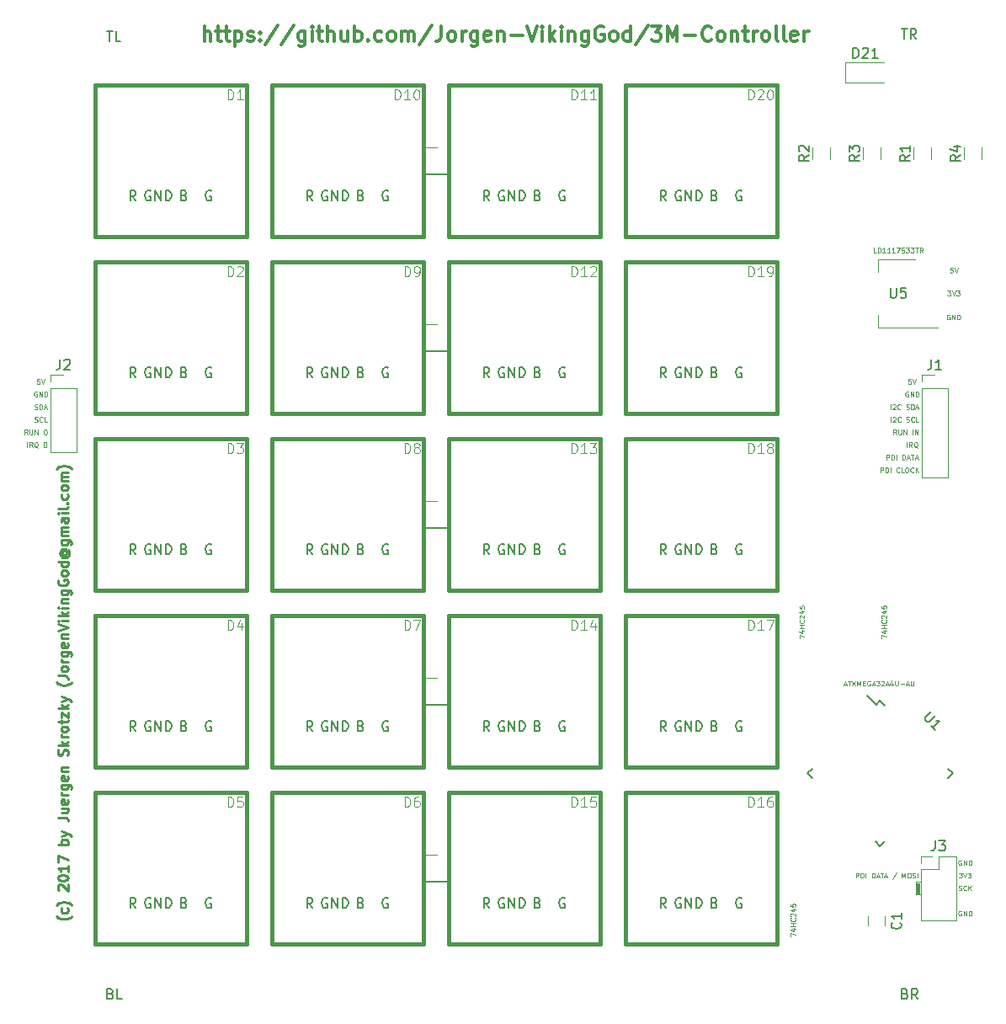
<source format=gto>
G04 #@! TF.FileFunction,Legend,Top*
%FSLAX46Y46*%
G04 Gerber Fmt 4.6, Leading zero omitted, Abs format (unit mm)*
G04 Created by KiCad (PCBNEW 4.0.6) date 2017 May 15, Monday 05:11:45*
%MOMM*%
%LPD*%
G01*
G04 APERTURE LIST*
%ADD10C,0.100000*%
%ADD11C,0.250000*%
%ADD12C,0.300000*%
%ADD13C,0.125000*%
%ADD14C,0.200000*%
%ADD15C,0.120000*%
%ADD16C,0.381000*%
%ADD17C,0.150000*%
G04 APERTURE END LIST*
D10*
D11*
X75763333Y-129307002D02*
X75715714Y-129354622D01*
X75572857Y-129449860D01*
X75477619Y-129497479D01*
X75334762Y-129545098D01*
X75096667Y-129592717D01*
X74906190Y-129592717D01*
X74668095Y-129545098D01*
X74525238Y-129497479D01*
X74430000Y-129449860D01*
X74287143Y-129354622D01*
X74239524Y-129307002D01*
X75334762Y-128497478D02*
X75382381Y-128592716D01*
X75382381Y-128783193D01*
X75334762Y-128878431D01*
X75287143Y-128926050D01*
X75191905Y-128973669D01*
X74906190Y-128973669D01*
X74810952Y-128926050D01*
X74763333Y-128878431D01*
X74715714Y-128783193D01*
X74715714Y-128592716D01*
X74763333Y-128497478D01*
X75763333Y-128164145D02*
X75715714Y-128116526D01*
X75572857Y-128021288D01*
X75477619Y-127973669D01*
X75334762Y-127926050D01*
X75096667Y-127878431D01*
X74906190Y-127878431D01*
X74668095Y-127926050D01*
X74525238Y-127973669D01*
X74430000Y-128021288D01*
X74287143Y-128116526D01*
X74239524Y-128164145D01*
X74477619Y-126687954D02*
X74430000Y-126640335D01*
X74382381Y-126545097D01*
X74382381Y-126307001D01*
X74430000Y-126211763D01*
X74477619Y-126164144D01*
X74572857Y-126116525D01*
X74668095Y-126116525D01*
X74810952Y-126164144D01*
X75382381Y-126735573D01*
X75382381Y-126116525D01*
X74382381Y-125497478D02*
X74382381Y-125402239D01*
X74430000Y-125307001D01*
X74477619Y-125259382D01*
X74572857Y-125211763D01*
X74763333Y-125164144D01*
X75001429Y-125164144D01*
X75191905Y-125211763D01*
X75287143Y-125259382D01*
X75334762Y-125307001D01*
X75382381Y-125402239D01*
X75382381Y-125497478D01*
X75334762Y-125592716D01*
X75287143Y-125640335D01*
X75191905Y-125687954D01*
X75001429Y-125735573D01*
X74763333Y-125735573D01*
X74572857Y-125687954D01*
X74477619Y-125640335D01*
X74430000Y-125592716D01*
X74382381Y-125497478D01*
X75382381Y-124211763D02*
X75382381Y-124783192D01*
X75382381Y-124497478D02*
X74382381Y-124497478D01*
X74525238Y-124592716D01*
X74620476Y-124687954D01*
X74668095Y-124783192D01*
X74382381Y-123878430D02*
X74382381Y-123211763D01*
X75382381Y-123640335D01*
X75382381Y-122068906D02*
X74382381Y-122068906D01*
X74763333Y-122068906D02*
X74715714Y-121973668D01*
X74715714Y-121783191D01*
X74763333Y-121687953D01*
X74810952Y-121640334D01*
X74906190Y-121592715D01*
X75191905Y-121592715D01*
X75287143Y-121640334D01*
X75334762Y-121687953D01*
X75382381Y-121783191D01*
X75382381Y-121973668D01*
X75334762Y-122068906D01*
X74715714Y-121259382D02*
X75382381Y-121021287D01*
X74715714Y-120783191D02*
X75382381Y-121021287D01*
X75620476Y-121116525D01*
X75668095Y-121164144D01*
X75715714Y-121259382D01*
X74382381Y-119354619D02*
X75096667Y-119354619D01*
X75239524Y-119402239D01*
X75334762Y-119497477D01*
X75382381Y-119640334D01*
X75382381Y-119735572D01*
X74715714Y-118449857D02*
X75382381Y-118449857D01*
X74715714Y-118878429D02*
X75239524Y-118878429D01*
X75334762Y-118830810D01*
X75382381Y-118735572D01*
X75382381Y-118592714D01*
X75334762Y-118497476D01*
X75287143Y-118449857D01*
X75334762Y-117592714D02*
X75382381Y-117687952D01*
X75382381Y-117878429D01*
X75334762Y-117973667D01*
X75239524Y-118021286D01*
X74858571Y-118021286D01*
X74763333Y-117973667D01*
X74715714Y-117878429D01*
X74715714Y-117687952D01*
X74763333Y-117592714D01*
X74858571Y-117545095D01*
X74953810Y-117545095D01*
X75049048Y-118021286D01*
X75382381Y-117116524D02*
X74715714Y-117116524D01*
X74906190Y-117116524D02*
X74810952Y-117068905D01*
X74763333Y-117021286D01*
X74715714Y-116926048D01*
X74715714Y-116830809D01*
X74715714Y-116068904D02*
X75525238Y-116068904D01*
X75620476Y-116116523D01*
X75668095Y-116164142D01*
X75715714Y-116259381D01*
X75715714Y-116402238D01*
X75668095Y-116497476D01*
X75334762Y-116068904D02*
X75382381Y-116164142D01*
X75382381Y-116354619D01*
X75334762Y-116449857D01*
X75287143Y-116497476D01*
X75191905Y-116545095D01*
X74906190Y-116545095D01*
X74810952Y-116497476D01*
X74763333Y-116449857D01*
X74715714Y-116354619D01*
X74715714Y-116164142D01*
X74763333Y-116068904D01*
X75334762Y-115211761D02*
X75382381Y-115306999D01*
X75382381Y-115497476D01*
X75334762Y-115592714D01*
X75239524Y-115640333D01*
X74858571Y-115640333D01*
X74763333Y-115592714D01*
X74715714Y-115497476D01*
X74715714Y-115306999D01*
X74763333Y-115211761D01*
X74858571Y-115164142D01*
X74953810Y-115164142D01*
X75049048Y-115640333D01*
X74715714Y-114735571D02*
X75382381Y-114735571D01*
X74810952Y-114735571D02*
X74763333Y-114687952D01*
X74715714Y-114592714D01*
X74715714Y-114449856D01*
X74763333Y-114354618D01*
X74858571Y-114306999D01*
X75382381Y-114306999D01*
X75334762Y-113116523D02*
X75382381Y-112973666D01*
X75382381Y-112735570D01*
X75334762Y-112640332D01*
X75287143Y-112592713D01*
X75191905Y-112545094D01*
X75096667Y-112545094D01*
X75001429Y-112592713D01*
X74953810Y-112640332D01*
X74906190Y-112735570D01*
X74858571Y-112926047D01*
X74810952Y-113021285D01*
X74763333Y-113068904D01*
X74668095Y-113116523D01*
X74572857Y-113116523D01*
X74477619Y-113068904D01*
X74430000Y-113021285D01*
X74382381Y-112926047D01*
X74382381Y-112687951D01*
X74430000Y-112545094D01*
X75382381Y-112116523D02*
X74382381Y-112116523D01*
X75001429Y-112021285D02*
X75382381Y-111735570D01*
X74715714Y-111735570D02*
X75096667Y-112116523D01*
X75382381Y-111306999D02*
X74715714Y-111306999D01*
X74906190Y-111306999D02*
X74810952Y-111259380D01*
X74763333Y-111211761D01*
X74715714Y-111116523D01*
X74715714Y-111021284D01*
X75382381Y-110545094D02*
X75334762Y-110640332D01*
X75287143Y-110687951D01*
X75191905Y-110735570D01*
X74906190Y-110735570D01*
X74810952Y-110687951D01*
X74763333Y-110640332D01*
X74715714Y-110545094D01*
X74715714Y-110402236D01*
X74763333Y-110306998D01*
X74810952Y-110259379D01*
X74906190Y-110211760D01*
X75191905Y-110211760D01*
X75287143Y-110259379D01*
X75334762Y-110306998D01*
X75382381Y-110402236D01*
X75382381Y-110545094D01*
X74715714Y-109926046D02*
X74715714Y-109545094D01*
X74382381Y-109783189D02*
X75239524Y-109783189D01*
X75334762Y-109735570D01*
X75382381Y-109640332D01*
X75382381Y-109545094D01*
X74715714Y-109306998D02*
X74715714Y-108783188D01*
X75382381Y-109306998D01*
X75382381Y-108783188D01*
X75382381Y-108402236D02*
X74382381Y-108402236D01*
X75001429Y-108306998D02*
X75382381Y-108021283D01*
X74715714Y-108021283D02*
X75096667Y-108402236D01*
X74715714Y-107687950D02*
X75382381Y-107449855D01*
X74715714Y-107211759D02*
X75382381Y-107449855D01*
X75620476Y-107545093D01*
X75668095Y-107592712D01*
X75715714Y-107687950D01*
X75763333Y-105783187D02*
X75715714Y-105830807D01*
X75572857Y-105926045D01*
X75477619Y-105973664D01*
X75334762Y-106021283D01*
X75096667Y-106068902D01*
X74906190Y-106068902D01*
X74668095Y-106021283D01*
X74525238Y-105973664D01*
X74430000Y-105926045D01*
X74287143Y-105830807D01*
X74239524Y-105783187D01*
X74382381Y-105116520D02*
X75096667Y-105116520D01*
X75239524Y-105164140D01*
X75334762Y-105259378D01*
X75382381Y-105402235D01*
X75382381Y-105497473D01*
X75382381Y-104497473D02*
X75334762Y-104592711D01*
X75287143Y-104640330D01*
X75191905Y-104687949D01*
X74906190Y-104687949D01*
X74810952Y-104640330D01*
X74763333Y-104592711D01*
X74715714Y-104497473D01*
X74715714Y-104354615D01*
X74763333Y-104259377D01*
X74810952Y-104211758D01*
X74906190Y-104164139D01*
X75191905Y-104164139D01*
X75287143Y-104211758D01*
X75334762Y-104259377D01*
X75382381Y-104354615D01*
X75382381Y-104497473D01*
X75382381Y-103735568D02*
X74715714Y-103735568D01*
X74906190Y-103735568D02*
X74810952Y-103687949D01*
X74763333Y-103640330D01*
X74715714Y-103545092D01*
X74715714Y-103449853D01*
X74715714Y-102687948D02*
X75525238Y-102687948D01*
X75620476Y-102735567D01*
X75668095Y-102783186D01*
X75715714Y-102878425D01*
X75715714Y-103021282D01*
X75668095Y-103116520D01*
X75334762Y-102687948D02*
X75382381Y-102783186D01*
X75382381Y-102973663D01*
X75334762Y-103068901D01*
X75287143Y-103116520D01*
X75191905Y-103164139D01*
X74906190Y-103164139D01*
X74810952Y-103116520D01*
X74763333Y-103068901D01*
X74715714Y-102973663D01*
X74715714Y-102783186D01*
X74763333Y-102687948D01*
X75334762Y-101830805D02*
X75382381Y-101926043D01*
X75382381Y-102116520D01*
X75334762Y-102211758D01*
X75239524Y-102259377D01*
X74858571Y-102259377D01*
X74763333Y-102211758D01*
X74715714Y-102116520D01*
X74715714Y-101926043D01*
X74763333Y-101830805D01*
X74858571Y-101783186D01*
X74953810Y-101783186D01*
X75049048Y-102259377D01*
X74715714Y-101354615D02*
X75382381Y-101354615D01*
X74810952Y-101354615D02*
X74763333Y-101306996D01*
X74715714Y-101211758D01*
X74715714Y-101068900D01*
X74763333Y-100973662D01*
X74858571Y-100926043D01*
X75382381Y-100926043D01*
X74382381Y-100592710D02*
X75382381Y-100259377D01*
X74382381Y-99926043D01*
X75382381Y-99592710D02*
X74715714Y-99592710D01*
X74382381Y-99592710D02*
X74430000Y-99640329D01*
X74477619Y-99592710D01*
X74430000Y-99545091D01*
X74382381Y-99592710D01*
X74477619Y-99592710D01*
X75382381Y-99116520D02*
X74382381Y-99116520D01*
X75001429Y-99021282D02*
X75382381Y-98735567D01*
X74715714Y-98735567D02*
X75096667Y-99116520D01*
X75382381Y-98306996D02*
X74715714Y-98306996D01*
X74382381Y-98306996D02*
X74430000Y-98354615D01*
X74477619Y-98306996D01*
X74430000Y-98259377D01*
X74382381Y-98306996D01*
X74477619Y-98306996D01*
X74715714Y-97830806D02*
X75382381Y-97830806D01*
X74810952Y-97830806D02*
X74763333Y-97783187D01*
X74715714Y-97687949D01*
X74715714Y-97545091D01*
X74763333Y-97449853D01*
X74858571Y-97402234D01*
X75382381Y-97402234D01*
X74715714Y-96497472D02*
X75525238Y-96497472D01*
X75620476Y-96545091D01*
X75668095Y-96592710D01*
X75715714Y-96687949D01*
X75715714Y-96830806D01*
X75668095Y-96926044D01*
X75334762Y-96497472D02*
X75382381Y-96592710D01*
X75382381Y-96783187D01*
X75334762Y-96878425D01*
X75287143Y-96926044D01*
X75191905Y-96973663D01*
X74906190Y-96973663D01*
X74810952Y-96926044D01*
X74763333Y-96878425D01*
X74715714Y-96783187D01*
X74715714Y-96592710D01*
X74763333Y-96497472D01*
X74430000Y-95497472D02*
X74382381Y-95592710D01*
X74382381Y-95735567D01*
X74430000Y-95878425D01*
X74525238Y-95973663D01*
X74620476Y-96021282D01*
X74810952Y-96068901D01*
X74953810Y-96068901D01*
X75144286Y-96021282D01*
X75239524Y-95973663D01*
X75334762Y-95878425D01*
X75382381Y-95735567D01*
X75382381Y-95640329D01*
X75334762Y-95497472D01*
X75287143Y-95449853D01*
X74953810Y-95449853D01*
X74953810Y-95640329D01*
X75382381Y-94878425D02*
X75334762Y-94973663D01*
X75287143Y-95021282D01*
X75191905Y-95068901D01*
X74906190Y-95068901D01*
X74810952Y-95021282D01*
X74763333Y-94973663D01*
X74715714Y-94878425D01*
X74715714Y-94735567D01*
X74763333Y-94640329D01*
X74810952Y-94592710D01*
X74906190Y-94545091D01*
X75191905Y-94545091D01*
X75287143Y-94592710D01*
X75334762Y-94640329D01*
X75382381Y-94735567D01*
X75382381Y-94878425D01*
X75382381Y-93687948D02*
X74382381Y-93687948D01*
X75334762Y-93687948D02*
X75382381Y-93783186D01*
X75382381Y-93973663D01*
X75334762Y-94068901D01*
X75287143Y-94116520D01*
X75191905Y-94164139D01*
X74906190Y-94164139D01*
X74810952Y-94116520D01*
X74763333Y-94068901D01*
X74715714Y-93973663D01*
X74715714Y-93783186D01*
X74763333Y-93687948D01*
X74906190Y-92592710D02*
X74858571Y-92640329D01*
X74810952Y-92735567D01*
X74810952Y-92830805D01*
X74858571Y-92926043D01*
X74906190Y-92973663D01*
X75001429Y-93021282D01*
X75096667Y-93021282D01*
X75191905Y-92973663D01*
X75239524Y-92926043D01*
X75287143Y-92830805D01*
X75287143Y-92735567D01*
X75239524Y-92640329D01*
X75191905Y-92592710D01*
X74810952Y-92592710D02*
X75191905Y-92592710D01*
X75239524Y-92545091D01*
X75239524Y-92497472D01*
X75191905Y-92402234D01*
X75096667Y-92354615D01*
X74858571Y-92354615D01*
X74715714Y-92449853D01*
X74620476Y-92592710D01*
X74572857Y-92783186D01*
X74620476Y-92973663D01*
X74715714Y-93116520D01*
X74858571Y-93211758D01*
X75049048Y-93259377D01*
X75239524Y-93211758D01*
X75382381Y-93116520D01*
X75477619Y-92973663D01*
X75525238Y-92783186D01*
X75477619Y-92592710D01*
X75382381Y-92449853D01*
X74715714Y-91497472D02*
X75525238Y-91497472D01*
X75620476Y-91545091D01*
X75668095Y-91592710D01*
X75715714Y-91687949D01*
X75715714Y-91830806D01*
X75668095Y-91926044D01*
X75334762Y-91497472D02*
X75382381Y-91592710D01*
X75382381Y-91783187D01*
X75334762Y-91878425D01*
X75287143Y-91926044D01*
X75191905Y-91973663D01*
X74906190Y-91973663D01*
X74810952Y-91926044D01*
X74763333Y-91878425D01*
X74715714Y-91783187D01*
X74715714Y-91592710D01*
X74763333Y-91497472D01*
X75382381Y-91021282D02*
X74715714Y-91021282D01*
X74810952Y-91021282D02*
X74763333Y-90973663D01*
X74715714Y-90878425D01*
X74715714Y-90735567D01*
X74763333Y-90640329D01*
X74858571Y-90592710D01*
X75382381Y-90592710D01*
X74858571Y-90592710D02*
X74763333Y-90545091D01*
X74715714Y-90449853D01*
X74715714Y-90306996D01*
X74763333Y-90211758D01*
X74858571Y-90164139D01*
X75382381Y-90164139D01*
X75382381Y-89259377D02*
X74858571Y-89259377D01*
X74763333Y-89306996D01*
X74715714Y-89402234D01*
X74715714Y-89592711D01*
X74763333Y-89687949D01*
X75334762Y-89259377D02*
X75382381Y-89354615D01*
X75382381Y-89592711D01*
X75334762Y-89687949D01*
X75239524Y-89735568D01*
X75144286Y-89735568D01*
X75049048Y-89687949D01*
X75001429Y-89592711D01*
X75001429Y-89354615D01*
X74953810Y-89259377D01*
X75382381Y-88783187D02*
X74715714Y-88783187D01*
X74382381Y-88783187D02*
X74430000Y-88830806D01*
X74477619Y-88783187D01*
X74430000Y-88735568D01*
X74382381Y-88783187D01*
X74477619Y-88783187D01*
X75382381Y-88164140D02*
X75334762Y-88259378D01*
X75239524Y-88306997D01*
X74382381Y-88306997D01*
X75287143Y-87783187D02*
X75334762Y-87735568D01*
X75382381Y-87783187D01*
X75334762Y-87830806D01*
X75287143Y-87783187D01*
X75382381Y-87783187D01*
X75334762Y-86878425D02*
X75382381Y-86973663D01*
X75382381Y-87164140D01*
X75334762Y-87259378D01*
X75287143Y-87306997D01*
X75191905Y-87354616D01*
X74906190Y-87354616D01*
X74810952Y-87306997D01*
X74763333Y-87259378D01*
X74715714Y-87164140D01*
X74715714Y-86973663D01*
X74763333Y-86878425D01*
X75382381Y-86306997D02*
X75334762Y-86402235D01*
X75287143Y-86449854D01*
X75191905Y-86497473D01*
X74906190Y-86497473D01*
X74810952Y-86449854D01*
X74763333Y-86402235D01*
X74715714Y-86306997D01*
X74715714Y-86164139D01*
X74763333Y-86068901D01*
X74810952Y-86021282D01*
X74906190Y-85973663D01*
X75191905Y-85973663D01*
X75287143Y-86021282D01*
X75334762Y-86068901D01*
X75382381Y-86164139D01*
X75382381Y-86306997D01*
X75382381Y-85545092D02*
X74715714Y-85545092D01*
X74810952Y-85545092D02*
X74763333Y-85497473D01*
X74715714Y-85402235D01*
X74715714Y-85259377D01*
X74763333Y-85164139D01*
X74858571Y-85116520D01*
X75382381Y-85116520D01*
X74858571Y-85116520D02*
X74763333Y-85068901D01*
X74715714Y-84973663D01*
X74715714Y-84830806D01*
X74763333Y-84735568D01*
X74858571Y-84687949D01*
X75382381Y-84687949D01*
X75763333Y-84306997D02*
X75715714Y-84259378D01*
X75572857Y-84164140D01*
X75477619Y-84116521D01*
X75334762Y-84068902D01*
X75096667Y-84021283D01*
X74906190Y-84021283D01*
X74668095Y-84068902D01*
X74525238Y-84116521D01*
X74430000Y-84164140D01*
X74287143Y-84259378D01*
X74239524Y-84306997D01*
D12*
X89094284Y-41318571D02*
X89094284Y-39818571D01*
X89737141Y-41318571D02*
X89737141Y-40532857D01*
X89665712Y-40390000D01*
X89522855Y-40318571D01*
X89308570Y-40318571D01*
X89165712Y-40390000D01*
X89094284Y-40461429D01*
X90237141Y-40318571D02*
X90808570Y-40318571D01*
X90451427Y-39818571D02*
X90451427Y-41104286D01*
X90522855Y-41247143D01*
X90665713Y-41318571D01*
X90808570Y-41318571D01*
X91094284Y-40318571D02*
X91665713Y-40318571D01*
X91308570Y-39818571D02*
X91308570Y-41104286D01*
X91379998Y-41247143D01*
X91522856Y-41318571D01*
X91665713Y-41318571D01*
X92165713Y-40318571D02*
X92165713Y-41818571D01*
X92165713Y-40390000D02*
X92308570Y-40318571D01*
X92594284Y-40318571D01*
X92737141Y-40390000D01*
X92808570Y-40461429D01*
X92879999Y-40604286D01*
X92879999Y-41032857D01*
X92808570Y-41175714D01*
X92737141Y-41247143D01*
X92594284Y-41318571D01*
X92308570Y-41318571D01*
X92165713Y-41247143D01*
X93451427Y-41247143D02*
X93594284Y-41318571D01*
X93879999Y-41318571D01*
X94022856Y-41247143D01*
X94094284Y-41104286D01*
X94094284Y-41032857D01*
X94022856Y-40890000D01*
X93879999Y-40818571D01*
X93665713Y-40818571D01*
X93522856Y-40747143D01*
X93451427Y-40604286D01*
X93451427Y-40532857D01*
X93522856Y-40390000D01*
X93665713Y-40318571D01*
X93879999Y-40318571D01*
X94022856Y-40390000D01*
X94737142Y-41175714D02*
X94808570Y-41247143D01*
X94737142Y-41318571D01*
X94665713Y-41247143D01*
X94737142Y-41175714D01*
X94737142Y-41318571D01*
X94737142Y-40390000D02*
X94808570Y-40461429D01*
X94737142Y-40532857D01*
X94665713Y-40461429D01*
X94737142Y-40390000D01*
X94737142Y-40532857D01*
X96522856Y-39747143D02*
X95237142Y-41675714D01*
X98094285Y-39747143D02*
X96808571Y-41675714D01*
X99237143Y-40318571D02*
X99237143Y-41532857D01*
X99165714Y-41675714D01*
X99094286Y-41747143D01*
X98951429Y-41818571D01*
X98737143Y-41818571D01*
X98594286Y-41747143D01*
X99237143Y-41247143D02*
X99094286Y-41318571D01*
X98808572Y-41318571D01*
X98665714Y-41247143D01*
X98594286Y-41175714D01*
X98522857Y-41032857D01*
X98522857Y-40604286D01*
X98594286Y-40461429D01*
X98665714Y-40390000D01*
X98808572Y-40318571D01*
X99094286Y-40318571D01*
X99237143Y-40390000D01*
X99951429Y-41318571D02*
X99951429Y-40318571D01*
X99951429Y-39818571D02*
X99880000Y-39890000D01*
X99951429Y-39961429D01*
X100022857Y-39890000D01*
X99951429Y-39818571D01*
X99951429Y-39961429D01*
X100451429Y-40318571D02*
X101022858Y-40318571D01*
X100665715Y-39818571D02*
X100665715Y-41104286D01*
X100737143Y-41247143D01*
X100880001Y-41318571D01*
X101022858Y-41318571D01*
X101522858Y-41318571D02*
X101522858Y-39818571D01*
X102165715Y-41318571D02*
X102165715Y-40532857D01*
X102094286Y-40390000D01*
X101951429Y-40318571D01*
X101737144Y-40318571D01*
X101594286Y-40390000D01*
X101522858Y-40461429D01*
X103522858Y-40318571D02*
X103522858Y-41318571D01*
X102880001Y-40318571D02*
X102880001Y-41104286D01*
X102951429Y-41247143D01*
X103094287Y-41318571D01*
X103308572Y-41318571D01*
X103451429Y-41247143D01*
X103522858Y-41175714D01*
X104237144Y-41318571D02*
X104237144Y-39818571D01*
X104237144Y-40390000D02*
X104380001Y-40318571D01*
X104665715Y-40318571D01*
X104808572Y-40390000D01*
X104880001Y-40461429D01*
X104951430Y-40604286D01*
X104951430Y-41032857D01*
X104880001Y-41175714D01*
X104808572Y-41247143D01*
X104665715Y-41318571D01*
X104380001Y-41318571D01*
X104237144Y-41247143D01*
X105594287Y-41175714D02*
X105665715Y-41247143D01*
X105594287Y-41318571D01*
X105522858Y-41247143D01*
X105594287Y-41175714D01*
X105594287Y-41318571D01*
X106951430Y-41247143D02*
X106808573Y-41318571D01*
X106522859Y-41318571D01*
X106380001Y-41247143D01*
X106308573Y-41175714D01*
X106237144Y-41032857D01*
X106237144Y-40604286D01*
X106308573Y-40461429D01*
X106380001Y-40390000D01*
X106522859Y-40318571D01*
X106808573Y-40318571D01*
X106951430Y-40390000D01*
X107808573Y-41318571D02*
X107665715Y-41247143D01*
X107594287Y-41175714D01*
X107522858Y-41032857D01*
X107522858Y-40604286D01*
X107594287Y-40461429D01*
X107665715Y-40390000D01*
X107808573Y-40318571D01*
X108022858Y-40318571D01*
X108165715Y-40390000D01*
X108237144Y-40461429D01*
X108308573Y-40604286D01*
X108308573Y-41032857D01*
X108237144Y-41175714D01*
X108165715Y-41247143D01*
X108022858Y-41318571D01*
X107808573Y-41318571D01*
X108951430Y-41318571D02*
X108951430Y-40318571D01*
X108951430Y-40461429D02*
X109022858Y-40390000D01*
X109165716Y-40318571D01*
X109380001Y-40318571D01*
X109522858Y-40390000D01*
X109594287Y-40532857D01*
X109594287Y-41318571D01*
X109594287Y-40532857D02*
X109665716Y-40390000D01*
X109808573Y-40318571D01*
X110022858Y-40318571D01*
X110165716Y-40390000D01*
X110237144Y-40532857D01*
X110237144Y-41318571D01*
X112022858Y-39747143D02*
X110737144Y-41675714D01*
X112951430Y-39818571D02*
X112951430Y-40890000D01*
X112880002Y-41104286D01*
X112737145Y-41247143D01*
X112522859Y-41318571D01*
X112380002Y-41318571D01*
X113880002Y-41318571D02*
X113737144Y-41247143D01*
X113665716Y-41175714D01*
X113594287Y-41032857D01*
X113594287Y-40604286D01*
X113665716Y-40461429D01*
X113737144Y-40390000D01*
X113880002Y-40318571D01*
X114094287Y-40318571D01*
X114237144Y-40390000D01*
X114308573Y-40461429D01*
X114380002Y-40604286D01*
X114380002Y-41032857D01*
X114308573Y-41175714D01*
X114237144Y-41247143D01*
X114094287Y-41318571D01*
X113880002Y-41318571D01*
X115022859Y-41318571D02*
X115022859Y-40318571D01*
X115022859Y-40604286D02*
X115094287Y-40461429D01*
X115165716Y-40390000D01*
X115308573Y-40318571D01*
X115451430Y-40318571D01*
X116594287Y-40318571D02*
X116594287Y-41532857D01*
X116522858Y-41675714D01*
X116451430Y-41747143D01*
X116308573Y-41818571D01*
X116094287Y-41818571D01*
X115951430Y-41747143D01*
X116594287Y-41247143D02*
X116451430Y-41318571D01*
X116165716Y-41318571D01*
X116022858Y-41247143D01*
X115951430Y-41175714D01*
X115880001Y-41032857D01*
X115880001Y-40604286D01*
X115951430Y-40461429D01*
X116022858Y-40390000D01*
X116165716Y-40318571D01*
X116451430Y-40318571D01*
X116594287Y-40390000D01*
X117880001Y-41247143D02*
X117737144Y-41318571D01*
X117451430Y-41318571D01*
X117308573Y-41247143D01*
X117237144Y-41104286D01*
X117237144Y-40532857D01*
X117308573Y-40390000D01*
X117451430Y-40318571D01*
X117737144Y-40318571D01*
X117880001Y-40390000D01*
X117951430Y-40532857D01*
X117951430Y-40675714D01*
X117237144Y-40818571D01*
X118594287Y-40318571D02*
X118594287Y-41318571D01*
X118594287Y-40461429D02*
X118665715Y-40390000D01*
X118808573Y-40318571D01*
X119022858Y-40318571D01*
X119165715Y-40390000D01*
X119237144Y-40532857D01*
X119237144Y-41318571D01*
X119951430Y-40747143D02*
X121094287Y-40747143D01*
X121594287Y-39818571D02*
X122094287Y-41318571D01*
X122594287Y-39818571D01*
X123094287Y-41318571D02*
X123094287Y-40318571D01*
X123094287Y-39818571D02*
X123022858Y-39890000D01*
X123094287Y-39961429D01*
X123165715Y-39890000D01*
X123094287Y-39818571D01*
X123094287Y-39961429D01*
X123808573Y-41318571D02*
X123808573Y-39818571D01*
X123951430Y-40747143D02*
X124380001Y-41318571D01*
X124380001Y-40318571D02*
X123808573Y-40890000D01*
X125022859Y-41318571D02*
X125022859Y-40318571D01*
X125022859Y-39818571D02*
X124951430Y-39890000D01*
X125022859Y-39961429D01*
X125094287Y-39890000D01*
X125022859Y-39818571D01*
X125022859Y-39961429D01*
X125737145Y-40318571D02*
X125737145Y-41318571D01*
X125737145Y-40461429D02*
X125808573Y-40390000D01*
X125951431Y-40318571D01*
X126165716Y-40318571D01*
X126308573Y-40390000D01*
X126380002Y-40532857D01*
X126380002Y-41318571D01*
X127737145Y-40318571D02*
X127737145Y-41532857D01*
X127665716Y-41675714D01*
X127594288Y-41747143D01*
X127451431Y-41818571D01*
X127237145Y-41818571D01*
X127094288Y-41747143D01*
X127737145Y-41247143D02*
X127594288Y-41318571D01*
X127308574Y-41318571D01*
X127165716Y-41247143D01*
X127094288Y-41175714D01*
X127022859Y-41032857D01*
X127022859Y-40604286D01*
X127094288Y-40461429D01*
X127165716Y-40390000D01*
X127308574Y-40318571D01*
X127594288Y-40318571D01*
X127737145Y-40390000D01*
X129237145Y-39890000D02*
X129094288Y-39818571D01*
X128880002Y-39818571D01*
X128665717Y-39890000D01*
X128522859Y-40032857D01*
X128451431Y-40175714D01*
X128380002Y-40461429D01*
X128380002Y-40675714D01*
X128451431Y-40961429D01*
X128522859Y-41104286D01*
X128665717Y-41247143D01*
X128880002Y-41318571D01*
X129022859Y-41318571D01*
X129237145Y-41247143D01*
X129308574Y-41175714D01*
X129308574Y-40675714D01*
X129022859Y-40675714D01*
X130165717Y-41318571D02*
X130022859Y-41247143D01*
X129951431Y-41175714D01*
X129880002Y-41032857D01*
X129880002Y-40604286D01*
X129951431Y-40461429D01*
X130022859Y-40390000D01*
X130165717Y-40318571D01*
X130380002Y-40318571D01*
X130522859Y-40390000D01*
X130594288Y-40461429D01*
X130665717Y-40604286D01*
X130665717Y-41032857D01*
X130594288Y-41175714D01*
X130522859Y-41247143D01*
X130380002Y-41318571D01*
X130165717Y-41318571D01*
X131951431Y-41318571D02*
X131951431Y-39818571D01*
X131951431Y-41247143D02*
X131808574Y-41318571D01*
X131522860Y-41318571D01*
X131380002Y-41247143D01*
X131308574Y-41175714D01*
X131237145Y-41032857D01*
X131237145Y-40604286D01*
X131308574Y-40461429D01*
X131380002Y-40390000D01*
X131522860Y-40318571D01*
X131808574Y-40318571D01*
X131951431Y-40390000D01*
X133737145Y-39747143D02*
X132451431Y-41675714D01*
X134094289Y-39818571D02*
X135022860Y-39818571D01*
X134522860Y-40390000D01*
X134737146Y-40390000D01*
X134880003Y-40461429D01*
X134951432Y-40532857D01*
X135022860Y-40675714D01*
X135022860Y-41032857D01*
X134951432Y-41175714D01*
X134880003Y-41247143D01*
X134737146Y-41318571D01*
X134308574Y-41318571D01*
X134165717Y-41247143D01*
X134094289Y-41175714D01*
X135665717Y-41318571D02*
X135665717Y-39818571D01*
X136165717Y-40890000D01*
X136665717Y-39818571D01*
X136665717Y-41318571D01*
X137380003Y-40747143D02*
X138522860Y-40747143D01*
X140094289Y-41175714D02*
X140022860Y-41247143D01*
X139808574Y-41318571D01*
X139665717Y-41318571D01*
X139451432Y-41247143D01*
X139308574Y-41104286D01*
X139237146Y-40961429D01*
X139165717Y-40675714D01*
X139165717Y-40461429D01*
X139237146Y-40175714D01*
X139308574Y-40032857D01*
X139451432Y-39890000D01*
X139665717Y-39818571D01*
X139808574Y-39818571D01*
X140022860Y-39890000D01*
X140094289Y-39961429D01*
X140951432Y-41318571D02*
X140808574Y-41247143D01*
X140737146Y-41175714D01*
X140665717Y-41032857D01*
X140665717Y-40604286D01*
X140737146Y-40461429D01*
X140808574Y-40390000D01*
X140951432Y-40318571D01*
X141165717Y-40318571D01*
X141308574Y-40390000D01*
X141380003Y-40461429D01*
X141451432Y-40604286D01*
X141451432Y-41032857D01*
X141380003Y-41175714D01*
X141308574Y-41247143D01*
X141165717Y-41318571D01*
X140951432Y-41318571D01*
X142094289Y-40318571D02*
X142094289Y-41318571D01*
X142094289Y-40461429D02*
X142165717Y-40390000D01*
X142308575Y-40318571D01*
X142522860Y-40318571D01*
X142665717Y-40390000D01*
X142737146Y-40532857D01*
X142737146Y-41318571D01*
X143237146Y-40318571D02*
X143808575Y-40318571D01*
X143451432Y-39818571D02*
X143451432Y-41104286D01*
X143522860Y-41247143D01*
X143665718Y-41318571D01*
X143808575Y-41318571D01*
X144308575Y-41318571D02*
X144308575Y-40318571D01*
X144308575Y-40604286D02*
X144380003Y-40461429D01*
X144451432Y-40390000D01*
X144594289Y-40318571D01*
X144737146Y-40318571D01*
X145451432Y-41318571D02*
X145308574Y-41247143D01*
X145237146Y-41175714D01*
X145165717Y-41032857D01*
X145165717Y-40604286D01*
X145237146Y-40461429D01*
X145308574Y-40390000D01*
X145451432Y-40318571D01*
X145665717Y-40318571D01*
X145808574Y-40390000D01*
X145880003Y-40461429D01*
X145951432Y-40604286D01*
X145951432Y-41032857D01*
X145880003Y-41175714D01*
X145808574Y-41247143D01*
X145665717Y-41318571D01*
X145451432Y-41318571D01*
X146808575Y-41318571D02*
X146665717Y-41247143D01*
X146594289Y-41104286D01*
X146594289Y-39818571D01*
X147594289Y-41318571D02*
X147451431Y-41247143D01*
X147380003Y-41104286D01*
X147380003Y-39818571D01*
X148737145Y-41247143D02*
X148594288Y-41318571D01*
X148308574Y-41318571D01*
X148165717Y-41247143D01*
X148094288Y-41104286D01*
X148094288Y-40532857D01*
X148165717Y-40390000D01*
X148308574Y-40318571D01*
X148594288Y-40318571D01*
X148737145Y-40390000D01*
X148808574Y-40532857D01*
X148808574Y-40675714D01*
X148094288Y-40818571D01*
X149451431Y-41318571D02*
X149451431Y-40318571D01*
X149451431Y-40604286D02*
X149522859Y-40461429D01*
X149594288Y-40390000D01*
X149737145Y-40318571D01*
X149880002Y-40318571D01*
D13*
X148062190Y-131297951D02*
X148062190Y-130964618D01*
X148562190Y-131178904D01*
X148228857Y-130559857D02*
X148562190Y-130559857D01*
X148038381Y-130678904D02*
X148395524Y-130797952D01*
X148395524Y-130488428D01*
X148562190Y-130297952D02*
X148062190Y-130297952D01*
X148300286Y-130297952D02*
X148300286Y-130012238D01*
X148562190Y-130012238D02*
X148062190Y-130012238D01*
X148514571Y-129488428D02*
X148538381Y-129512238D01*
X148562190Y-129583666D01*
X148562190Y-129631285D01*
X148538381Y-129702714D01*
X148490762Y-129750333D01*
X148443143Y-129774142D01*
X148347905Y-129797952D01*
X148276476Y-129797952D01*
X148181238Y-129774142D01*
X148133619Y-129750333D01*
X148086000Y-129702714D01*
X148062190Y-129631285D01*
X148062190Y-129583666D01*
X148086000Y-129512238D01*
X148109810Y-129488428D01*
X148109810Y-129297952D02*
X148086000Y-129274142D01*
X148062190Y-129226523D01*
X148062190Y-129107476D01*
X148086000Y-129059857D01*
X148109810Y-129036047D01*
X148157429Y-129012238D01*
X148205048Y-129012238D01*
X148276476Y-129036047D01*
X148562190Y-129321761D01*
X148562190Y-129012238D01*
X148228857Y-128583667D02*
X148562190Y-128583667D01*
X148038381Y-128702714D02*
X148395524Y-128821762D01*
X148395524Y-128512238D01*
X148062190Y-128083667D02*
X148062190Y-128321762D01*
X148300286Y-128345572D01*
X148276476Y-128321762D01*
X148252667Y-128274143D01*
X148252667Y-128155096D01*
X148276476Y-128107477D01*
X148300286Y-128083667D01*
X148347905Y-128059858D01*
X148466952Y-128059858D01*
X148514571Y-128083667D01*
X148538381Y-128107477D01*
X148562190Y-128155096D01*
X148562190Y-128274143D01*
X148538381Y-128321762D01*
X148514571Y-128345572D01*
X153472001Y-106001333D02*
X153710096Y-106001333D01*
X153424382Y-106144190D02*
X153591049Y-105644190D01*
X153757715Y-106144190D01*
X153852953Y-105644190D02*
X154138667Y-105644190D01*
X153995810Y-106144190D02*
X153995810Y-105644190D01*
X154257715Y-105644190D02*
X154591048Y-106144190D01*
X154591048Y-105644190D02*
X154257715Y-106144190D01*
X154781524Y-106144190D02*
X154781524Y-105644190D01*
X154948190Y-106001333D01*
X155114857Y-105644190D01*
X155114857Y-106144190D01*
X155352953Y-105882286D02*
X155519619Y-105882286D01*
X155591048Y-106144190D02*
X155352953Y-106144190D01*
X155352953Y-105644190D01*
X155591048Y-105644190D01*
X156067238Y-105668000D02*
X156019619Y-105644190D01*
X155948191Y-105644190D01*
X155876762Y-105668000D01*
X155829143Y-105715619D01*
X155805334Y-105763238D01*
X155781524Y-105858476D01*
X155781524Y-105929905D01*
X155805334Y-106025143D01*
X155829143Y-106072762D01*
X155876762Y-106120381D01*
X155948191Y-106144190D01*
X155995810Y-106144190D01*
X156067238Y-106120381D01*
X156091048Y-106096571D01*
X156091048Y-105929905D01*
X155995810Y-105929905D01*
X156281524Y-106001333D02*
X156519619Y-106001333D01*
X156233905Y-106144190D02*
X156400572Y-105644190D01*
X156567238Y-106144190D01*
X156686286Y-105644190D02*
X156995809Y-105644190D01*
X156829143Y-105834667D01*
X156900571Y-105834667D01*
X156948190Y-105858476D01*
X156972000Y-105882286D01*
X156995809Y-105929905D01*
X156995809Y-106048952D01*
X156972000Y-106096571D01*
X156948190Y-106120381D01*
X156900571Y-106144190D01*
X156757714Y-106144190D01*
X156710095Y-106120381D01*
X156686286Y-106096571D01*
X157186285Y-105691810D02*
X157210095Y-105668000D01*
X157257714Y-105644190D01*
X157376761Y-105644190D01*
X157424380Y-105668000D01*
X157448190Y-105691810D01*
X157471999Y-105739429D01*
X157471999Y-105787048D01*
X157448190Y-105858476D01*
X157162476Y-106144190D01*
X157471999Y-106144190D01*
X157662475Y-106001333D02*
X157900570Y-106001333D01*
X157614856Y-106144190D02*
X157781523Y-105644190D01*
X157948189Y-106144190D01*
X158329141Y-105810857D02*
X158329141Y-106144190D01*
X158210094Y-105620381D02*
X158091046Y-105977524D01*
X158400570Y-105977524D01*
X158591046Y-105644190D02*
X158591046Y-106048952D01*
X158614855Y-106096571D01*
X158638665Y-106120381D01*
X158686284Y-106144190D01*
X158781522Y-106144190D01*
X158829141Y-106120381D01*
X158852950Y-106096571D01*
X158876760Y-106048952D01*
X158876760Y-105644190D01*
X159114856Y-105953714D02*
X159495808Y-105953714D01*
X159710094Y-106001333D02*
X159948189Y-106001333D01*
X159662475Y-106144190D02*
X159829142Y-105644190D01*
X159995808Y-106144190D01*
X160162475Y-105644190D02*
X160162475Y-106048952D01*
X160186284Y-106096571D01*
X160210094Y-106120381D01*
X160257713Y-106144190D01*
X160352951Y-106144190D01*
X160400570Y-106120381D01*
X160424379Y-106096571D01*
X160448189Y-106048952D01*
X160448189Y-105644190D01*
X148951190Y-101325951D02*
X148951190Y-100992618D01*
X149451190Y-101206904D01*
X149117857Y-100587857D02*
X149451190Y-100587857D01*
X148927381Y-100706904D02*
X149284524Y-100825952D01*
X149284524Y-100516428D01*
X149451190Y-100325952D02*
X148951190Y-100325952D01*
X149189286Y-100325952D02*
X149189286Y-100040238D01*
X149451190Y-100040238D02*
X148951190Y-100040238D01*
X149403571Y-99516428D02*
X149427381Y-99540238D01*
X149451190Y-99611666D01*
X149451190Y-99659285D01*
X149427381Y-99730714D01*
X149379762Y-99778333D01*
X149332143Y-99802142D01*
X149236905Y-99825952D01*
X149165476Y-99825952D01*
X149070238Y-99802142D01*
X149022619Y-99778333D01*
X148975000Y-99730714D01*
X148951190Y-99659285D01*
X148951190Y-99611666D01*
X148975000Y-99540238D01*
X148998810Y-99516428D01*
X148998810Y-99325952D02*
X148975000Y-99302142D01*
X148951190Y-99254523D01*
X148951190Y-99135476D01*
X148975000Y-99087857D01*
X148998810Y-99064047D01*
X149046429Y-99040238D01*
X149094048Y-99040238D01*
X149165476Y-99064047D01*
X149451190Y-99349761D01*
X149451190Y-99040238D01*
X149117857Y-98611667D02*
X149451190Y-98611667D01*
X148927381Y-98730714D02*
X149284524Y-98849762D01*
X149284524Y-98540238D01*
X148951190Y-98111667D02*
X148951190Y-98349762D01*
X149189286Y-98373572D01*
X149165476Y-98349762D01*
X149141667Y-98302143D01*
X149141667Y-98183096D01*
X149165476Y-98135477D01*
X149189286Y-98111667D01*
X149236905Y-98087858D01*
X149355952Y-98087858D01*
X149403571Y-98111667D01*
X149427381Y-98135477D01*
X149451190Y-98183096D01*
X149451190Y-98302143D01*
X149427381Y-98349762D01*
X149403571Y-98373572D01*
X157206190Y-101325951D02*
X157206190Y-100992618D01*
X157706190Y-101206904D01*
X157372857Y-100587857D02*
X157706190Y-100587857D01*
X157182381Y-100706904D02*
X157539524Y-100825952D01*
X157539524Y-100516428D01*
X157706190Y-100325952D02*
X157206190Y-100325952D01*
X157444286Y-100325952D02*
X157444286Y-100040238D01*
X157706190Y-100040238D02*
X157206190Y-100040238D01*
X157658571Y-99516428D02*
X157682381Y-99540238D01*
X157706190Y-99611666D01*
X157706190Y-99659285D01*
X157682381Y-99730714D01*
X157634762Y-99778333D01*
X157587143Y-99802142D01*
X157491905Y-99825952D01*
X157420476Y-99825952D01*
X157325238Y-99802142D01*
X157277619Y-99778333D01*
X157230000Y-99730714D01*
X157206190Y-99659285D01*
X157206190Y-99611666D01*
X157230000Y-99540238D01*
X157253810Y-99516428D01*
X157253810Y-99325952D02*
X157230000Y-99302142D01*
X157206190Y-99254523D01*
X157206190Y-99135476D01*
X157230000Y-99087857D01*
X157253810Y-99064047D01*
X157301429Y-99040238D01*
X157349048Y-99040238D01*
X157420476Y-99064047D01*
X157706190Y-99349761D01*
X157706190Y-99040238D01*
X157372857Y-98611667D02*
X157706190Y-98611667D01*
X157182381Y-98730714D02*
X157539524Y-98849762D01*
X157539524Y-98540238D01*
X157206190Y-98111667D02*
X157206190Y-98349762D01*
X157444286Y-98373572D01*
X157420476Y-98349762D01*
X157396667Y-98302143D01*
X157396667Y-98183096D01*
X157420476Y-98135477D01*
X157444286Y-98111667D01*
X157491905Y-98087858D01*
X157610952Y-98087858D01*
X157658571Y-98111667D01*
X157682381Y-98135477D01*
X157706190Y-98183096D01*
X157706190Y-98302143D01*
X157682381Y-98349762D01*
X157658571Y-98373572D01*
X156674621Y-62583190D02*
X156436526Y-62583190D01*
X156436526Y-62083190D01*
X156841288Y-62583190D02*
X156841288Y-62083190D01*
X156960335Y-62083190D01*
X157031764Y-62107000D01*
X157079383Y-62154619D01*
X157103192Y-62202238D01*
X157127002Y-62297476D01*
X157127002Y-62368905D01*
X157103192Y-62464143D01*
X157079383Y-62511762D01*
X157031764Y-62559381D01*
X156960335Y-62583190D01*
X156841288Y-62583190D01*
X157603192Y-62583190D02*
X157317478Y-62583190D01*
X157460335Y-62583190D02*
X157460335Y-62083190D01*
X157412716Y-62154619D01*
X157365097Y-62202238D01*
X157317478Y-62226048D01*
X158079382Y-62583190D02*
X157793668Y-62583190D01*
X157936525Y-62583190D02*
X157936525Y-62083190D01*
X157888906Y-62154619D01*
X157841287Y-62202238D01*
X157793668Y-62226048D01*
X158555572Y-62583190D02*
X158269858Y-62583190D01*
X158412715Y-62583190D02*
X158412715Y-62083190D01*
X158365096Y-62154619D01*
X158317477Y-62202238D01*
X158269858Y-62226048D01*
X158722239Y-62083190D02*
X159055572Y-62083190D01*
X158841286Y-62583190D01*
X159222238Y-62559381D02*
X159293667Y-62583190D01*
X159412714Y-62583190D01*
X159460333Y-62559381D01*
X159484143Y-62535571D01*
X159507952Y-62487952D01*
X159507952Y-62440333D01*
X159484143Y-62392714D01*
X159460333Y-62368905D01*
X159412714Y-62345095D01*
X159317476Y-62321286D01*
X159269857Y-62297476D01*
X159246048Y-62273667D01*
X159222238Y-62226048D01*
X159222238Y-62178429D01*
X159246048Y-62130810D01*
X159269857Y-62107000D01*
X159317476Y-62083190D01*
X159436524Y-62083190D01*
X159507952Y-62107000D01*
X159674619Y-62083190D02*
X159984142Y-62083190D01*
X159817476Y-62273667D01*
X159888904Y-62273667D01*
X159936523Y-62297476D01*
X159960333Y-62321286D01*
X159984142Y-62368905D01*
X159984142Y-62487952D01*
X159960333Y-62535571D01*
X159936523Y-62559381D01*
X159888904Y-62583190D01*
X159746047Y-62583190D01*
X159698428Y-62559381D01*
X159674619Y-62535571D01*
X160150809Y-62083190D02*
X160460332Y-62083190D01*
X160293666Y-62273667D01*
X160365094Y-62273667D01*
X160412713Y-62297476D01*
X160436523Y-62321286D01*
X160460332Y-62368905D01*
X160460332Y-62487952D01*
X160436523Y-62535571D01*
X160412713Y-62559381D01*
X160365094Y-62583190D01*
X160222237Y-62583190D01*
X160174618Y-62559381D01*
X160150809Y-62535571D01*
X160603189Y-62083190D02*
X160888903Y-62083190D01*
X160746046Y-62583190D02*
X160746046Y-62083190D01*
X161341284Y-62583190D02*
X161174617Y-62345095D01*
X161055570Y-62583190D02*
X161055570Y-62083190D01*
X161246046Y-62083190D01*
X161293665Y-62107000D01*
X161317474Y-62130810D01*
X161341284Y-62178429D01*
X161341284Y-62249857D01*
X161317474Y-62297476D01*
X161293665Y-62321286D01*
X161246046Y-62345095D01*
X161055570Y-62345095D01*
X164084047Y-68838000D02*
X164036428Y-68814190D01*
X163965000Y-68814190D01*
X163893571Y-68838000D01*
X163845952Y-68885619D01*
X163822143Y-68933238D01*
X163798333Y-69028476D01*
X163798333Y-69099905D01*
X163822143Y-69195143D01*
X163845952Y-69242762D01*
X163893571Y-69290381D01*
X163965000Y-69314190D01*
X164012619Y-69314190D01*
X164084047Y-69290381D01*
X164107857Y-69266571D01*
X164107857Y-69099905D01*
X164012619Y-69099905D01*
X164322143Y-69314190D02*
X164322143Y-68814190D01*
X164607857Y-69314190D01*
X164607857Y-68814190D01*
X164845953Y-69314190D02*
X164845953Y-68814190D01*
X164965000Y-68814190D01*
X165036429Y-68838000D01*
X165084048Y-68885619D01*
X165107857Y-68933238D01*
X165131667Y-69028476D01*
X165131667Y-69099905D01*
X165107857Y-69195143D01*
X165084048Y-69242762D01*
X165036429Y-69290381D01*
X164965000Y-69314190D01*
X164845953Y-69314190D01*
X163845954Y-66401190D02*
X164155477Y-66401190D01*
X163988811Y-66591667D01*
X164060239Y-66591667D01*
X164107858Y-66615476D01*
X164131668Y-66639286D01*
X164155477Y-66686905D01*
X164155477Y-66805952D01*
X164131668Y-66853571D01*
X164107858Y-66877381D01*
X164060239Y-66901190D01*
X163917382Y-66901190D01*
X163869763Y-66877381D01*
X163845954Y-66853571D01*
X164298334Y-66401190D02*
X164465001Y-66901190D01*
X164631667Y-66401190D01*
X164750715Y-66401190D02*
X165060238Y-66401190D01*
X164893572Y-66591667D01*
X164965000Y-66591667D01*
X165012619Y-66615476D01*
X165036429Y-66639286D01*
X165060238Y-66686905D01*
X165060238Y-66805952D01*
X165036429Y-66853571D01*
X165012619Y-66877381D01*
X164965000Y-66901190D01*
X164822143Y-66901190D01*
X164774524Y-66877381D01*
X164750715Y-66853571D01*
X164369763Y-64115190D02*
X164131668Y-64115190D01*
X164107858Y-64353286D01*
X164131668Y-64329476D01*
X164179287Y-64305667D01*
X164298334Y-64305667D01*
X164345953Y-64329476D01*
X164369763Y-64353286D01*
X164393572Y-64400905D01*
X164393572Y-64519952D01*
X164369763Y-64567571D01*
X164345953Y-64591381D01*
X164298334Y-64615190D01*
X164179287Y-64615190D01*
X164131668Y-64591381D01*
X164107858Y-64567571D01*
X164536429Y-64115190D02*
X164703096Y-64615190D01*
X164869762Y-64115190D01*
X72548763Y-75291190D02*
X72310668Y-75291190D01*
X72286858Y-75529286D01*
X72310668Y-75505476D01*
X72358287Y-75481667D01*
X72477334Y-75481667D01*
X72524953Y-75505476D01*
X72548763Y-75529286D01*
X72572572Y-75576905D01*
X72572572Y-75695952D01*
X72548763Y-75743571D01*
X72524953Y-75767381D01*
X72477334Y-75791190D01*
X72358287Y-75791190D01*
X72310668Y-75767381D01*
X72286858Y-75743571D01*
X72715429Y-75291190D02*
X72882096Y-75791190D01*
X73048762Y-75291190D01*
X72263047Y-76585000D02*
X72215428Y-76561190D01*
X72144000Y-76561190D01*
X72072571Y-76585000D01*
X72024952Y-76632619D01*
X72001143Y-76680238D01*
X71977333Y-76775476D01*
X71977333Y-76846905D01*
X72001143Y-76942143D01*
X72024952Y-76989762D01*
X72072571Y-77037381D01*
X72144000Y-77061190D01*
X72191619Y-77061190D01*
X72263047Y-77037381D01*
X72286857Y-77013571D01*
X72286857Y-76846905D01*
X72191619Y-76846905D01*
X72501143Y-77061190D02*
X72501143Y-76561190D01*
X72786857Y-77061190D01*
X72786857Y-76561190D01*
X73024953Y-77061190D02*
X73024953Y-76561190D01*
X73144000Y-76561190D01*
X73215429Y-76585000D01*
X73263048Y-76632619D01*
X73286857Y-76680238D01*
X73310667Y-76775476D01*
X73310667Y-76846905D01*
X73286857Y-76942143D01*
X73263048Y-76989762D01*
X73215429Y-77037381D01*
X73144000Y-77061190D01*
X73024953Y-77061190D01*
X72036858Y-78307381D02*
X72108287Y-78331190D01*
X72227334Y-78331190D01*
X72274953Y-78307381D01*
X72298763Y-78283571D01*
X72322572Y-78235952D01*
X72322572Y-78188333D01*
X72298763Y-78140714D01*
X72274953Y-78116905D01*
X72227334Y-78093095D01*
X72132096Y-78069286D01*
X72084477Y-78045476D01*
X72060668Y-78021667D01*
X72036858Y-77974048D01*
X72036858Y-77926429D01*
X72060668Y-77878810D01*
X72084477Y-77855000D01*
X72132096Y-77831190D01*
X72251144Y-77831190D01*
X72322572Y-77855000D01*
X72536858Y-78331190D02*
X72536858Y-77831190D01*
X72655905Y-77831190D01*
X72727334Y-77855000D01*
X72774953Y-77902619D01*
X72798762Y-77950238D01*
X72822572Y-78045476D01*
X72822572Y-78116905D01*
X72798762Y-78212143D01*
X72774953Y-78259762D01*
X72727334Y-78307381D01*
X72655905Y-78331190D01*
X72536858Y-78331190D01*
X73013048Y-78188333D02*
X73251143Y-78188333D01*
X72965429Y-78331190D02*
X73132096Y-77831190D01*
X73298762Y-78331190D01*
X72048762Y-79577381D02*
X72120191Y-79601190D01*
X72239238Y-79601190D01*
X72286857Y-79577381D01*
X72310667Y-79553571D01*
X72334476Y-79505952D01*
X72334476Y-79458333D01*
X72310667Y-79410714D01*
X72286857Y-79386905D01*
X72239238Y-79363095D01*
X72144000Y-79339286D01*
X72096381Y-79315476D01*
X72072572Y-79291667D01*
X72048762Y-79244048D01*
X72048762Y-79196429D01*
X72072572Y-79148810D01*
X72096381Y-79125000D01*
X72144000Y-79101190D01*
X72263048Y-79101190D01*
X72334476Y-79125000D01*
X72834476Y-79553571D02*
X72810666Y-79577381D01*
X72739238Y-79601190D01*
X72691619Y-79601190D01*
X72620190Y-79577381D01*
X72572571Y-79529762D01*
X72548762Y-79482143D01*
X72524952Y-79386905D01*
X72524952Y-79315476D01*
X72548762Y-79220238D01*
X72572571Y-79172619D01*
X72620190Y-79125000D01*
X72691619Y-79101190D01*
X72739238Y-79101190D01*
X72810666Y-79125000D01*
X72834476Y-79148810D01*
X73286857Y-79601190D02*
X73048762Y-79601190D01*
X73048762Y-79101190D01*
X71314571Y-80871190D02*
X71147904Y-80633095D01*
X71028857Y-80871190D02*
X71028857Y-80371190D01*
X71219333Y-80371190D01*
X71266952Y-80395000D01*
X71290761Y-80418810D01*
X71314571Y-80466429D01*
X71314571Y-80537857D01*
X71290761Y-80585476D01*
X71266952Y-80609286D01*
X71219333Y-80633095D01*
X71028857Y-80633095D01*
X71528857Y-80371190D02*
X71528857Y-80775952D01*
X71552666Y-80823571D01*
X71576476Y-80847381D01*
X71624095Y-80871190D01*
X71719333Y-80871190D01*
X71766952Y-80847381D01*
X71790761Y-80823571D01*
X71814571Y-80775952D01*
X71814571Y-80371190D01*
X72052667Y-80871190D02*
X72052667Y-80371190D01*
X72338381Y-80871190D01*
X72338381Y-80371190D01*
X73052667Y-80371190D02*
X73147905Y-80371190D01*
X73195524Y-80395000D01*
X73243143Y-80442619D01*
X73266952Y-80537857D01*
X73266952Y-80704524D01*
X73243143Y-80799762D01*
X73195524Y-80847381D01*
X73147905Y-80871190D01*
X73052667Y-80871190D01*
X73005048Y-80847381D01*
X72957429Y-80799762D01*
X72933619Y-80704524D01*
X72933619Y-80537857D01*
X72957429Y-80442619D01*
X73005048Y-80395000D01*
X73052667Y-80371190D01*
X71298715Y-82141190D02*
X71298715Y-81641190D01*
X71822524Y-82141190D02*
X71655857Y-81903095D01*
X71536810Y-82141190D02*
X71536810Y-81641190D01*
X71727286Y-81641190D01*
X71774905Y-81665000D01*
X71798714Y-81688810D01*
X71822524Y-81736429D01*
X71822524Y-81807857D01*
X71798714Y-81855476D01*
X71774905Y-81879286D01*
X71727286Y-81903095D01*
X71536810Y-81903095D01*
X72370143Y-82188810D02*
X72322524Y-82165000D01*
X72274905Y-82117381D01*
X72203476Y-82045952D01*
X72155857Y-82022143D01*
X72108238Y-82022143D01*
X72132048Y-82141190D02*
X72084429Y-82117381D01*
X72036810Y-82069762D01*
X72013000Y-81974524D01*
X72013000Y-81807857D01*
X72036810Y-81712619D01*
X72084429Y-81665000D01*
X72132048Y-81641190D01*
X72227286Y-81641190D01*
X72274905Y-81665000D01*
X72322524Y-81712619D01*
X72346333Y-81807857D01*
X72346333Y-81974524D01*
X72322524Y-82069762D01*
X72274905Y-82117381D01*
X72227286Y-82141190D01*
X72132048Y-82141190D01*
X73036810Y-81641190D02*
X73132048Y-81641190D01*
X73179667Y-81665000D01*
X73227286Y-81712619D01*
X73251095Y-81807857D01*
X73251095Y-81974524D01*
X73227286Y-82069762D01*
X73179667Y-82117381D01*
X73132048Y-82141190D01*
X73036810Y-82141190D01*
X72989191Y-82117381D01*
X72941572Y-82069762D01*
X72917762Y-81974524D01*
X72917762Y-81807857D01*
X72941572Y-81712619D01*
X72989191Y-81665000D01*
X73036810Y-81641190D01*
X157099239Y-84681190D02*
X157099239Y-84181190D01*
X157289715Y-84181190D01*
X157337334Y-84205000D01*
X157361143Y-84228810D01*
X157384953Y-84276429D01*
X157384953Y-84347857D01*
X157361143Y-84395476D01*
X157337334Y-84419286D01*
X157289715Y-84443095D01*
X157099239Y-84443095D01*
X157599239Y-84681190D02*
X157599239Y-84181190D01*
X157718286Y-84181190D01*
X157789715Y-84205000D01*
X157837334Y-84252619D01*
X157861143Y-84300238D01*
X157884953Y-84395476D01*
X157884953Y-84466905D01*
X157861143Y-84562143D01*
X157837334Y-84609762D01*
X157789715Y-84657381D01*
X157718286Y-84681190D01*
X157599239Y-84681190D01*
X158099239Y-84681190D02*
X158099239Y-84181190D01*
X159004000Y-84633571D02*
X158980190Y-84657381D01*
X158908762Y-84681190D01*
X158861143Y-84681190D01*
X158789714Y-84657381D01*
X158742095Y-84609762D01*
X158718286Y-84562143D01*
X158694476Y-84466905D01*
X158694476Y-84395476D01*
X158718286Y-84300238D01*
X158742095Y-84252619D01*
X158789714Y-84205000D01*
X158861143Y-84181190D01*
X158908762Y-84181190D01*
X158980190Y-84205000D01*
X159004000Y-84228810D01*
X159456381Y-84681190D02*
X159218286Y-84681190D01*
X159218286Y-84181190D01*
X159718286Y-84181190D02*
X159813524Y-84181190D01*
X159861143Y-84205000D01*
X159908762Y-84252619D01*
X159932571Y-84347857D01*
X159932571Y-84514524D01*
X159908762Y-84609762D01*
X159861143Y-84657381D01*
X159813524Y-84681190D01*
X159718286Y-84681190D01*
X159670667Y-84657381D01*
X159623048Y-84609762D01*
X159599238Y-84514524D01*
X159599238Y-84347857D01*
X159623048Y-84252619D01*
X159670667Y-84205000D01*
X159718286Y-84181190D01*
X160432572Y-84633571D02*
X160408762Y-84657381D01*
X160337334Y-84681190D01*
X160289715Y-84681190D01*
X160218286Y-84657381D01*
X160170667Y-84609762D01*
X160146858Y-84562143D01*
X160123048Y-84466905D01*
X160123048Y-84395476D01*
X160146858Y-84300238D01*
X160170667Y-84252619D01*
X160218286Y-84205000D01*
X160289715Y-84181190D01*
X160337334Y-84181190D01*
X160408762Y-84205000D01*
X160432572Y-84228810D01*
X160646858Y-84681190D02*
X160646858Y-84181190D01*
X160932572Y-84681190D02*
X160718286Y-84395476D01*
X160932572Y-84181190D02*
X160646858Y-84466905D01*
X157698478Y-83411190D02*
X157698478Y-82911190D01*
X157888954Y-82911190D01*
X157936573Y-82935000D01*
X157960382Y-82958810D01*
X157984192Y-83006429D01*
X157984192Y-83077857D01*
X157960382Y-83125476D01*
X157936573Y-83149286D01*
X157888954Y-83173095D01*
X157698478Y-83173095D01*
X158198478Y-83411190D02*
X158198478Y-82911190D01*
X158317525Y-82911190D01*
X158388954Y-82935000D01*
X158436573Y-82982619D01*
X158460382Y-83030238D01*
X158484192Y-83125476D01*
X158484192Y-83196905D01*
X158460382Y-83292143D01*
X158436573Y-83339762D01*
X158388954Y-83387381D01*
X158317525Y-83411190D01*
X158198478Y-83411190D01*
X158698478Y-83411190D02*
X158698478Y-82911190D01*
X159317525Y-83411190D02*
X159317525Y-82911190D01*
X159436572Y-82911190D01*
X159508001Y-82935000D01*
X159555620Y-82982619D01*
X159579429Y-83030238D01*
X159603239Y-83125476D01*
X159603239Y-83196905D01*
X159579429Y-83292143D01*
X159555620Y-83339762D01*
X159508001Y-83387381D01*
X159436572Y-83411190D01*
X159317525Y-83411190D01*
X159793715Y-83268333D02*
X160031810Y-83268333D01*
X159746096Y-83411190D02*
X159912763Y-82911190D01*
X160079429Y-83411190D01*
X160174667Y-82911190D02*
X160460381Y-82911190D01*
X160317524Y-83411190D02*
X160317524Y-82911190D01*
X160603238Y-83268333D02*
X160841333Y-83268333D01*
X160555619Y-83411190D02*
X160722286Y-82911190D01*
X160888952Y-83411190D01*
X159762096Y-82141190D02*
X159762096Y-81641190D01*
X160285905Y-82141190D02*
X160119238Y-81903095D01*
X160000191Y-82141190D02*
X160000191Y-81641190D01*
X160190667Y-81641190D01*
X160238286Y-81665000D01*
X160262095Y-81688810D01*
X160285905Y-81736429D01*
X160285905Y-81807857D01*
X160262095Y-81855476D01*
X160238286Y-81879286D01*
X160190667Y-81903095D01*
X160000191Y-81903095D01*
X160833524Y-82188810D02*
X160785905Y-82165000D01*
X160738286Y-82117381D01*
X160666857Y-82045952D01*
X160619238Y-82022143D01*
X160571619Y-82022143D01*
X160595429Y-82141190D02*
X160547810Y-82117381D01*
X160500191Y-82069762D01*
X160476381Y-81974524D01*
X160476381Y-81807857D01*
X160500191Y-81712619D01*
X160547810Y-81665000D01*
X160595429Y-81641190D01*
X160690667Y-81641190D01*
X160738286Y-81665000D01*
X160785905Y-81712619D01*
X160809714Y-81807857D01*
X160809714Y-81974524D01*
X160785905Y-82069762D01*
X160738286Y-82117381D01*
X160690667Y-82141190D01*
X160595429Y-82141190D01*
X158698524Y-80871190D02*
X158531857Y-80633095D01*
X158412810Y-80871190D02*
X158412810Y-80371190D01*
X158603286Y-80371190D01*
X158650905Y-80395000D01*
X158674714Y-80418810D01*
X158698524Y-80466429D01*
X158698524Y-80537857D01*
X158674714Y-80585476D01*
X158650905Y-80609286D01*
X158603286Y-80633095D01*
X158412810Y-80633095D01*
X158912810Y-80371190D02*
X158912810Y-80775952D01*
X158936619Y-80823571D01*
X158960429Y-80847381D01*
X159008048Y-80871190D01*
X159103286Y-80871190D01*
X159150905Y-80847381D01*
X159174714Y-80823571D01*
X159198524Y-80775952D01*
X159198524Y-80371190D01*
X159436620Y-80871190D02*
X159436620Y-80371190D01*
X159722334Y-80871190D01*
X159722334Y-80371190D01*
X160341382Y-80871190D02*
X160341382Y-80371190D01*
X160579477Y-80871190D02*
X160579477Y-80371190D01*
X160865191Y-80871190D01*
X160865191Y-80371190D01*
X158142954Y-79601190D02*
X158142954Y-79101190D01*
X158357239Y-79148810D02*
X158381049Y-79125000D01*
X158428668Y-79101190D01*
X158547715Y-79101190D01*
X158595334Y-79125000D01*
X158619144Y-79148810D01*
X158642953Y-79196429D01*
X158642953Y-79244048D01*
X158619144Y-79315476D01*
X158333430Y-79601190D01*
X158642953Y-79601190D01*
X159142953Y-79553571D02*
X159119143Y-79577381D01*
X159047715Y-79601190D01*
X159000096Y-79601190D01*
X158928667Y-79577381D01*
X158881048Y-79529762D01*
X158857239Y-79482143D01*
X158833429Y-79386905D01*
X158833429Y-79315476D01*
X158857239Y-79220238D01*
X158881048Y-79172619D01*
X158928667Y-79125000D01*
X159000096Y-79101190D01*
X159047715Y-79101190D01*
X159119143Y-79125000D01*
X159142953Y-79148810D01*
X159714381Y-79577381D02*
X159785810Y-79601190D01*
X159904857Y-79601190D01*
X159952476Y-79577381D01*
X159976286Y-79553571D01*
X160000095Y-79505952D01*
X160000095Y-79458333D01*
X159976286Y-79410714D01*
X159952476Y-79386905D01*
X159904857Y-79363095D01*
X159809619Y-79339286D01*
X159762000Y-79315476D01*
X159738191Y-79291667D01*
X159714381Y-79244048D01*
X159714381Y-79196429D01*
X159738191Y-79148810D01*
X159762000Y-79125000D01*
X159809619Y-79101190D01*
X159928667Y-79101190D01*
X160000095Y-79125000D01*
X160500095Y-79553571D02*
X160476285Y-79577381D01*
X160404857Y-79601190D01*
X160357238Y-79601190D01*
X160285809Y-79577381D01*
X160238190Y-79529762D01*
X160214381Y-79482143D01*
X160190571Y-79386905D01*
X160190571Y-79315476D01*
X160214381Y-79220238D01*
X160238190Y-79172619D01*
X160285809Y-79125000D01*
X160357238Y-79101190D01*
X160404857Y-79101190D01*
X160476285Y-79125000D01*
X160500095Y-79148810D01*
X160952476Y-79601190D02*
X160714381Y-79601190D01*
X160714381Y-79101190D01*
X158131049Y-78331190D02*
X158131049Y-77831190D01*
X158345334Y-77878810D02*
X158369144Y-77855000D01*
X158416763Y-77831190D01*
X158535810Y-77831190D01*
X158583429Y-77855000D01*
X158607239Y-77878810D01*
X158631048Y-77926429D01*
X158631048Y-77974048D01*
X158607239Y-78045476D01*
X158321525Y-78331190D01*
X158631048Y-78331190D01*
X159131048Y-78283571D02*
X159107238Y-78307381D01*
X159035810Y-78331190D01*
X158988191Y-78331190D01*
X158916762Y-78307381D01*
X158869143Y-78259762D01*
X158845334Y-78212143D01*
X158821524Y-78116905D01*
X158821524Y-78045476D01*
X158845334Y-77950238D01*
X158869143Y-77902619D01*
X158916762Y-77855000D01*
X158988191Y-77831190D01*
X159035810Y-77831190D01*
X159107238Y-77855000D01*
X159131048Y-77878810D01*
X159702476Y-78307381D02*
X159773905Y-78331190D01*
X159892952Y-78331190D01*
X159940571Y-78307381D01*
X159964381Y-78283571D01*
X159988190Y-78235952D01*
X159988190Y-78188333D01*
X159964381Y-78140714D01*
X159940571Y-78116905D01*
X159892952Y-78093095D01*
X159797714Y-78069286D01*
X159750095Y-78045476D01*
X159726286Y-78021667D01*
X159702476Y-77974048D01*
X159702476Y-77926429D01*
X159726286Y-77878810D01*
X159750095Y-77855000D01*
X159797714Y-77831190D01*
X159916762Y-77831190D01*
X159988190Y-77855000D01*
X160202476Y-78331190D02*
X160202476Y-77831190D01*
X160321523Y-77831190D01*
X160392952Y-77855000D01*
X160440571Y-77902619D01*
X160464380Y-77950238D01*
X160488190Y-78045476D01*
X160488190Y-78116905D01*
X160464380Y-78212143D01*
X160440571Y-78259762D01*
X160392952Y-78307381D01*
X160321523Y-78331190D01*
X160202476Y-78331190D01*
X160678666Y-78188333D02*
X160916761Y-78188333D01*
X160631047Y-78331190D02*
X160797714Y-77831190D01*
X160964380Y-78331190D01*
X160178763Y-75291190D02*
X159940668Y-75291190D01*
X159916858Y-75529286D01*
X159940668Y-75505476D01*
X159988287Y-75481667D01*
X160107334Y-75481667D01*
X160154953Y-75505476D01*
X160178763Y-75529286D01*
X160202572Y-75576905D01*
X160202572Y-75695952D01*
X160178763Y-75743571D01*
X160154953Y-75767381D01*
X160107334Y-75791190D01*
X159988287Y-75791190D01*
X159940668Y-75767381D01*
X159916858Y-75743571D01*
X160345429Y-75291190D02*
X160512096Y-75791190D01*
X160678762Y-75291190D01*
X159893047Y-76585000D02*
X159845428Y-76561190D01*
X159774000Y-76561190D01*
X159702571Y-76585000D01*
X159654952Y-76632619D01*
X159631143Y-76680238D01*
X159607333Y-76775476D01*
X159607333Y-76846905D01*
X159631143Y-76942143D01*
X159654952Y-76989762D01*
X159702571Y-77037381D01*
X159774000Y-77061190D01*
X159821619Y-77061190D01*
X159893047Y-77037381D01*
X159916857Y-77013571D01*
X159916857Y-76846905D01*
X159821619Y-76846905D01*
X160131143Y-77061190D02*
X160131143Y-76561190D01*
X160416857Y-77061190D01*
X160416857Y-76561190D01*
X160654953Y-77061190D02*
X160654953Y-76561190D01*
X160774000Y-76561190D01*
X160845429Y-76585000D01*
X160893048Y-76632619D01*
X160916857Y-76680238D01*
X160940667Y-76775476D01*
X160940667Y-76846905D01*
X160916857Y-76942143D01*
X160893048Y-76989762D01*
X160845429Y-77037381D01*
X160774000Y-77061190D01*
X160654953Y-77061190D01*
D14*
X161036000Y-125984000D02*
X161036000Y-127000000D01*
X160909000Y-125984000D02*
X160909000Y-127000000D01*
X160782000Y-125984000D02*
X160782000Y-127000000D01*
D13*
X160655000Y-127127000D02*
X161163000Y-127127000D01*
X160655000Y-125857000D02*
X160655000Y-127127000D01*
X161163000Y-125857000D02*
X160655000Y-125857000D01*
X164988954Y-124948190D02*
X165298477Y-124948190D01*
X165131811Y-125138667D01*
X165203239Y-125138667D01*
X165250858Y-125162476D01*
X165274668Y-125186286D01*
X165298477Y-125233905D01*
X165298477Y-125352952D01*
X165274668Y-125400571D01*
X165250858Y-125424381D01*
X165203239Y-125448190D01*
X165060382Y-125448190D01*
X165012763Y-125424381D01*
X164988954Y-125400571D01*
X165441334Y-124948190D02*
X165608001Y-125448190D01*
X165774667Y-124948190D01*
X165893715Y-124948190D02*
X166203238Y-124948190D01*
X166036572Y-125138667D01*
X166108000Y-125138667D01*
X166155619Y-125162476D01*
X166179429Y-125186286D01*
X166203238Y-125233905D01*
X166203238Y-125352952D01*
X166179429Y-125400571D01*
X166155619Y-125424381D01*
X166108000Y-125448190D01*
X165965143Y-125448190D01*
X165917524Y-125424381D01*
X165893715Y-125400571D01*
X165227047Y-123702000D02*
X165179428Y-123678190D01*
X165108000Y-123678190D01*
X165036571Y-123702000D01*
X164988952Y-123749619D01*
X164965143Y-123797238D01*
X164941333Y-123892476D01*
X164941333Y-123963905D01*
X164965143Y-124059143D01*
X164988952Y-124106762D01*
X165036571Y-124154381D01*
X165108000Y-124178190D01*
X165155619Y-124178190D01*
X165227047Y-124154381D01*
X165250857Y-124130571D01*
X165250857Y-123963905D01*
X165155619Y-123963905D01*
X165465143Y-124178190D02*
X165465143Y-123678190D01*
X165750857Y-124178190D01*
X165750857Y-123678190D01*
X165988953Y-124178190D02*
X165988953Y-123678190D01*
X166108000Y-123678190D01*
X166179429Y-123702000D01*
X166227048Y-123749619D01*
X166250857Y-123797238D01*
X166274667Y-123892476D01*
X166274667Y-123963905D01*
X166250857Y-124059143D01*
X166227048Y-124106762D01*
X166179429Y-124154381D01*
X166108000Y-124178190D01*
X165988953Y-124178190D01*
X165227047Y-128782000D02*
X165179428Y-128758190D01*
X165108000Y-128758190D01*
X165036571Y-128782000D01*
X164988952Y-128829619D01*
X164965143Y-128877238D01*
X164941333Y-128972476D01*
X164941333Y-129043905D01*
X164965143Y-129139143D01*
X164988952Y-129186762D01*
X165036571Y-129234381D01*
X165108000Y-129258190D01*
X165155619Y-129258190D01*
X165227047Y-129234381D01*
X165250857Y-129210571D01*
X165250857Y-129043905D01*
X165155619Y-129043905D01*
X165465143Y-129258190D02*
X165465143Y-128758190D01*
X165750857Y-129258190D01*
X165750857Y-128758190D01*
X165988953Y-129258190D02*
X165988953Y-128758190D01*
X166108000Y-128758190D01*
X166179429Y-128782000D01*
X166227048Y-128829619D01*
X166250857Y-128877238D01*
X166274667Y-128972476D01*
X166274667Y-129043905D01*
X166250857Y-129139143D01*
X166227048Y-129186762D01*
X166179429Y-129234381D01*
X166108000Y-129258190D01*
X165988953Y-129258190D01*
X164965143Y-126694381D02*
X165036572Y-126718190D01*
X165155619Y-126718190D01*
X165203238Y-126694381D01*
X165227048Y-126670571D01*
X165250857Y-126622952D01*
X165250857Y-126575333D01*
X165227048Y-126527714D01*
X165203238Y-126503905D01*
X165155619Y-126480095D01*
X165060381Y-126456286D01*
X165012762Y-126432476D01*
X164988953Y-126408667D01*
X164965143Y-126361048D01*
X164965143Y-126313429D01*
X164988953Y-126265810D01*
X165012762Y-126242000D01*
X165060381Y-126218190D01*
X165179429Y-126218190D01*
X165250857Y-126242000D01*
X165750857Y-126670571D02*
X165727047Y-126694381D01*
X165655619Y-126718190D01*
X165608000Y-126718190D01*
X165536571Y-126694381D01*
X165488952Y-126646762D01*
X165465143Y-126599143D01*
X165441333Y-126503905D01*
X165441333Y-126432476D01*
X165465143Y-126337238D01*
X165488952Y-126289619D01*
X165536571Y-126242000D01*
X165608000Y-126218190D01*
X165655619Y-126218190D01*
X165727047Y-126242000D01*
X165750857Y-126265810D01*
X165965143Y-126718190D02*
X165965143Y-126218190D01*
X166250857Y-126718190D02*
X166036571Y-126432476D01*
X166250857Y-126218190D02*
X165965143Y-126503905D01*
X154626859Y-125448190D02*
X154626859Y-124948190D01*
X154817335Y-124948190D01*
X154864954Y-124972000D01*
X154888763Y-124995810D01*
X154912573Y-125043429D01*
X154912573Y-125114857D01*
X154888763Y-125162476D01*
X154864954Y-125186286D01*
X154817335Y-125210095D01*
X154626859Y-125210095D01*
X155126859Y-125448190D02*
X155126859Y-124948190D01*
X155245906Y-124948190D01*
X155317335Y-124972000D01*
X155364954Y-125019619D01*
X155388763Y-125067238D01*
X155412573Y-125162476D01*
X155412573Y-125233905D01*
X155388763Y-125329143D01*
X155364954Y-125376762D01*
X155317335Y-125424381D01*
X155245906Y-125448190D01*
X155126859Y-125448190D01*
X155626859Y-125448190D02*
X155626859Y-124948190D01*
X156245906Y-125448190D02*
X156245906Y-124948190D01*
X156364953Y-124948190D01*
X156436382Y-124972000D01*
X156484001Y-125019619D01*
X156507810Y-125067238D01*
X156531620Y-125162476D01*
X156531620Y-125233905D01*
X156507810Y-125329143D01*
X156484001Y-125376762D01*
X156436382Y-125424381D01*
X156364953Y-125448190D01*
X156245906Y-125448190D01*
X156722096Y-125305333D02*
X156960191Y-125305333D01*
X156674477Y-125448190D02*
X156841144Y-124948190D01*
X157007810Y-125448190D01*
X157103048Y-124948190D02*
X157388762Y-124948190D01*
X157245905Y-125448190D02*
X157245905Y-124948190D01*
X157531619Y-125305333D02*
X157769714Y-125305333D01*
X157484000Y-125448190D02*
X157650667Y-124948190D01*
X157817333Y-125448190D01*
X158722094Y-124924381D02*
X158293523Y-125567238D01*
X159269714Y-125448190D02*
X159269714Y-124948190D01*
X159436380Y-125305333D01*
X159603047Y-124948190D01*
X159603047Y-125448190D01*
X159936381Y-124948190D02*
X160031619Y-124948190D01*
X160079238Y-124972000D01*
X160126857Y-125019619D01*
X160150666Y-125114857D01*
X160150666Y-125281524D01*
X160126857Y-125376762D01*
X160079238Y-125424381D01*
X160031619Y-125448190D01*
X159936381Y-125448190D01*
X159888762Y-125424381D01*
X159841143Y-125376762D01*
X159817333Y-125281524D01*
X159817333Y-125114857D01*
X159841143Y-125019619D01*
X159888762Y-124972000D01*
X159936381Y-124948190D01*
X160341143Y-125424381D02*
X160412572Y-125448190D01*
X160531619Y-125448190D01*
X160579238Y-125424381D01*
X160603048Y-125400571D01*
X160626857Y-125352952D01*
X160626857Y-125305333D01*
X160603048Y-125257714D01*
X160579238Y-125233905D01*
X160531619Y-125210095D01*
X160436381Y-125186286D01*
X160388762Y-125162476D01*
X160364953Y-125138667D01*
X160341143Y-125091048D01*
X160341143Y-125043429D01*
X160364953Y-124995810D01*
X160388762Y-124972000D01*
X160436381Y-124948190D01*
X160555429Y-124948190D01*
X160626857Y-124972000D01*
X160841143Y-125448190D02*
X160841143Y-124948190D01*
D15*
X111192000Y-125730000D02*
X111192000Y-125790000D01*
X111192000Y-125790000D02*
X113852000Y-125790000D01*
X113852000Y-125790000D02*
X113852000Y-125730000D01*
X113852000Y-125730000D02*
X111192000Y-125730000D01*
X111192000Y-124460000D02*
X111192000Y-123130000D01*
X111192000Y-123130000D02*
X112522000Y-123130000D01*
X111192000Y-107950000D02*
X111192000Y-108010000D01*
X111192000Y-108010000D02*
X113852000Y-108010000D01*
X113852000Y-108010000D02*
X113852000Y-107950000D01*
X113852000Y-107950000D02*
X111192000Y-107950000D01*
X111192000Y-106680000D02*
X111192000Y-105350000D01*
X111192000Y-105350000D02*
X112522000Y-105350000D01*
X111192000Y-54610000D02*
X111192000Y-54670000D01*
X111192000Y-54670000D02*
X113852000Y-54670000D01*
X113852000Y-54670000D02*
X113852000Y-54610000D01*
X113852000Y-54610000D02*
X111192000Y-54610000D01*
X111192000Y-53340000D02*
X111192000Y-52010000D01*
X111192000Y-52010000D02*
X112522000Y-52010000D01*
X111192000Y-72390000D02*
X111192000Y-72450000D01*
X111192000Y-72450000D02*
X113852000Y-72450000D01*
X113852000Y-72450000D02*
X113852000Y-72390000D01*
X113852000Y-72390000D02*
X111192000Y-72390000D01*
X111192000Y-71120000D02*
X111192000Y-69790000D01*
X111192000Y-69790000D02*
X112522000Y-69790000D01*
D16*
X95885000Y-45720000D02*
X111125000Y-45720000D01*
X111125000Y-45720000D02*
X111125000Y-60960000D01*
X111125000Y-60960000D02*
X95885000Y-60960000D01*
X95885000Y-60960000D02*
X95885000Y-45720000D01*
X113665000Y-63500000D02*
X128905000Y-63500000D01*
X128905000Y-63500000D02*
X128905000Y-78740000D01*
X128905000Y-78740000D02*
X113665000Y-78740000D01*
X113665000Y-78740000D02*
X113665000Y-63500000D01*
X131445000Y-45720000D02*
X146685000Y-45720000D01*
X146685000Y-45720000D02*
X146685000Y-60960000D01*
X146685000Y-60960000D02*
X131445000Y-60960000D01*
X131445000Y-60960000D02*
X131445000Y-45720000D01*
X78105000Y-45720000D02*
X93345000Y-45720000D01*
X93345000Y-45720000D02*
X93345000Y-60960000D01*
X93345000Y-60960000D02*
X78105000Y-60960000D01*
X78105000Y-60960000D02*
X78105000Y-45720000D01*
X78105000Y-63500000D02*
X93345000Y-63500000D01*
X93345000Y-63500000D02*
X93345000Y-78740000D01*
X93345000Y-78740000D02*
X78105000Y-78740000D01*
X78105000Y-78740000D02*
X78105000Y-63500000D01*
X78105000Y-81280000D02*
X93345000Y-81280000D01*
X93345000Y-81280000D02*
X93345000Y-96520000D01*
X93345000Y-96520000D02*
X78105000Y-96520000D01*
X78105000Y-96520000D02*
X78105000Y-81280000D01*
X78105000Y-99060000D02*
X93345000Y-99060000D01*
X93345000Y-99060000D02*
X93345000Y-114300000D01*
X93345000Y-114300000D02*
X78105000Y-114300000D01*
X78105000Y-114300000D02*
X78105000Y-99060000D01*
X78105000Y-116840000D02*
X93345000Y-116840000D01*
X93345000Y-116840000D02*
X93345000Y-132080000D01*
X93345000Y-132080000D02*
X78105000Y-132080000D01*
X78105000Y-132080000D02*
X78105000Y-116840000D01*
X95885000Y-116840000D02*
X111125000Y-116840000D01*
X111125000Y-116840000D02*
X111125000Y-132080000D01*
X111125000Y-132080000D02*
X95885000Y-132080000D01*
X95885000Y-132080000D02*
X95885000Y-116840000D01*
X95885000Y-99060000D02*
X111125000Y-99060000D01*
X111125000Y-99060000D02*
X111125000Y-114300000D01*
X111125000Y-114300000D02*
X95885000Y-114300000D01*
X95885000Y-114300000D02*
X95885000Y-99060000D01*
X95885000Y-81280000D02*
X111125000Y-81280000D01*
X111125000Y-81280000D02*
X111125000Y-96520000D01*
X111125000Y-96520000D02*
X95885000Y-96520000D01*
X95885000Y-96520000D02*
X95885000Y-81280000D01*
X95885000Y-63500000D02*
X111125000Y-63500000D01*
X111125000Y-63500000D02*
X111125000Y-78740000D01*
X111125000Y-78740000D02*
X95885000Y-78740000D01*
X95885000Y-78740000D02*
X95885000Y-63500000D01*
X113665000Y-45720000D02*
X128905000Y-45720000D01*
X128905000Y-45720000D02*
X128905000Y-60960000D01*
X128905000Y-60960000D02*
X113665000Y-60960000D01*
X113665000Y-60960000D02*
X113665000Y-45720000D01*
X113665000Y-81280000D02*
X128905000Y-81280000D01*
X128905000Y-81280000D02*
X128905000Y-96520000D01*
X128905000Y-96520000D02*
X113665000Y-96520000D01*
X113665000Y-96520000D02*
X113665000Y-81280000D01*
X113665000Y-99060000D02*
X128905000Y-99060000D01*
X128905000Y-99060000D02*
X128905000Y-114300000D01*
X128905000Y-114300000D02*
X113665000Y-114300000D01*
X113665000Y-114300000D02*
X113665000Y-99060000D01*
X113665000Y-116840000D02*
X128905000Y-116840000D01*
X128905000Y-116840000D02*
X128905000Y-132080000D01*
X128905000Y-132080000D02*
X113665000Y-132080000D01*
X113665000Y-132080000D02*
X113665000Y-116840000D01*
X131445000Y-116840000D02*
X146685000Y-116840000D01*
X146685000Y-116840000D02*
X146685000Y-132080000D01*
X146685000Y-132080000D02*
X131445000Y-132080000D01*
X131445000Y-132080000D02*
X131445000Y-116840000D01*
X131445000Y-99060000D02*
X146685000Y-99060000D01*
X146685000Y-99060000D02*
X146685000Y-114300000D01*
X146685000Y-114300000D02*
X131445000Y-114300000D01*
X131445000Y-114300000D02*
X131445000Y-99060000D01*
X131445000Y-81280000D02*
X146685000Y-81280000D01*
X146685000Y-81280000D02*
X146685000Y-96520000D01*
X146685000Y-96520000D02*
X131445000Y-96520000D01*
X131445000Y-96520000D02*
X131445000Y-81280000D01*
X131445000Y-63500000D02*
X146685000Y-63500000D01*
X146685000Y-63500000D02*
X146685000Y-78740000D01*
X146685000Y-78740000D02*
X131445000Y-78740000D01*
X131445000Y-78740000D02*
X131445000Y-63500000D01*
D17*
X157061000Y-107631445D02*
X156654414Y-108038031D01*
X164379555Y-114950000D02*
X163902258Y-115427297D01*
X157061000Y-122268555D02*
X157538297Y-121791258D01*
X149742445Y-114950000D02*
X150219742Y-114472703D01*
X157061000Y-107631445D02*
X157538297Y-108108742D01*
X149742445Y-114950000D02*
X150219742Y-115427297D01*
X157061000Y-122268555D02*
X156583703Y-121791258D01*
X164379555Y-114950000D02*
X163902258Y-114472703D01*
X156654414Y-108038031D02*
X155752852Y-107136470D01*
D15*
X156840000Y-63265000D02*
X156840000Y-64525000D01*
X156840000Y-70085000D02*
X156840000Y-68825000D01*
X160600000Y-63265000D02*
X156840000Y-63265000D01*
X162850000Y-70085000D02*
X156840000Y-70085000D01*
X161230000Y-76200000D02*
X161230000Y-85150000D01*
X161230000Y-85150000D02*
X163890000Y-85150000D01*
X163890000Y-85150000D02*
X163890000Y-76200000D01*
X163890000Y-76200000D02*
X161230000Y-76200000D01*
X161230000Y-75565000D02*
X161230000Y-74870000D01*
X161230000Y-74870000D02*
X162560000Y-74870000D01*
X73600000Y-76200000D02*
X73600000Y-82610000D01*
X73600000Y-82610000D02*
X76260000Y-82610000D01*
X76260000Y-82610000D02*
X76260000Y-76200000D01*
X76260000Y-76200000D02*
X73600000Y-76200000D01*
X73600000Y-75565000D02*
X73600000Y-74870000D01*
X73600000Y-74870000D02*
X74930000Y-74870000D01*
X153580000Y-43450000D02*
X153580000Y-45450000D01*
X153580000Y-45450000D02*
X157480000Y-45450000D01*
X153580000Y-43450000D02*
X157480000Y-43450000D01*
X162170000Y-52010000D02*
X162170000Y-53210000D01*
X160410000Y-53210000D02*
X160410000Y-52010000D01*
X152010000Y-52010000D02*
X152010000Y-53210000D01*
X150250000Y-53210000D02*
X150250000Y-52010000D01*
X157090000Y-52010000D02*
X157090000Y-53210000D01*
X155330000Y-53210000D02*
X155330000Y-52010000D01*
X167250000Y-52010000D02*
X167250000Y-53210000D01*
X165490000Y-53210000D02*
X165490000Y-52010000D01*
X155868000Y-129274000D02*
X155868000Y-130274000D01*
X157568000Y-130274000D02*
X157568000Y-129274000D01*
X111192000Y-90170000D02*
X111192000Y-90230000D01*
X111192000Y-90230000D02*
X113852000Y-90230000D01*
X113852000Y-90230000D02*
X113852000Y-90170000D01*
X113852000Y-90170000D02*
X111192000Y-90170000D01*
X111192000Y-88900000D02*
X111192000Y-87570000D01*
X111192000Y-87570000D02*
X112522000Y-87570000D01*
X161176000Y-124587000D02*
X161176000Y-129727000D01*
X161176000Y-129727000D02*
X164706000Y-129727000D01*
X164706000Y-129727000D02*
X164706000Y-123257000D01*
X164706000Y-123257000D02*
X162941000Y-123257000D01*
X162941000Y-123257000D02*
X162941000Y-124587000D01*
X162941000Y-124587000D02*
X161176000Y-124587000D01*
X161176000Y-123952000D02*
X161176000Y-123257000D01*
X161176000Y-123257000D02*
X162306000Y-123257000D01*
D17*
D13*
D17*
X79319524Y-40346381D02*
X79890953Y-40346381D01*
X79605238Y-41346381D02*
X79605238Y-40346381D01*
X80700477Y-41346381D02*
X80224286Y-41346381D01*
X80224286Y-40346381D01*
X79676667Y-137088571D02*
X79819524Y-137136190D01*
X79867143Y-137183810D01*
X79914762Y-137279048D01*
X79914762Y-137421905D01*
X79867143Y-137517143D01*
X79819524Y-137564762D01*
X79724286Y-137612381D01*
X79343333Y-137612381D01*
X79343333Y-136612381D01*
X79676667Y-136612381D01*
X79771905Y-136660000D01*
X79819524Y-136707619D01*
X79867143Y-136802857D01*
X79867143Y-136898095D01*
X79819524Y-136993333D01*
X79771905Y-137040952D01*
X79676667Y-137088571D01*
X79343333Y-137088571D01*
X80819524Y-137612381D02*
X80343333Y-137612381D01*
X80343333Y-136612381D01*
X159591429Y-137088571D02*
X159734286Y-137136190D01*
X159781905Y-137183810D01*
X159829524Y-137279048D01*
X159829524Y-137421905D01*
X159781905Y-137517143D01*
X159734286Y-137564762D01*
X159639048Y-137612381D01*
X159258095Y-137612381D01*
X159258095Y-136612381D01*
X159591429Y-136612381D01*
X159686667Y-136660000D01*
X159734286Y-136707619D01*
X159781905Y-136802857D01*
X159781905Y-136898095D01*
X159734286Y-136993333D01*
X159686667Y-137040952D01*
X159591429Y-137088571D01*
X159258095Y-137088571D01*
X160829524Y-137612381D02*
X160496190Y-137136190D01*
X160258095Y-137612381D02*
X160258095Y-136612381D01*
X160639048Y-136612381D01*
X160734286Y-136660000D01*
X160781905Y-136707619D01*
X160829524Y-136802857D01*
X160829524Y-136945714D01*
X160781905Y-137040952D01*
X160734286Y-137088571D01*
X160639048Y-137136190D01*
X160258095Y-137136190D01*
D13*
X91463905Y-47188381D02*
X91463905Y-46188381D01*
X91702000Y-46188381D01*
X91844858Y-46236000D01*
X91940096Y-46331238D01*
X91987715Y-46426476D01*
X92035334Y-46616952D01*
X92035334Y-46759810D01*
X91987715Y-46950286D01*
X91940096Y-47045524D01*
X91844858Y-47140762D01*
X91702000Y-47188381D01*
X91463905Y-47188381D01*
X92987715Y-47188381D02*
X92416286Y-47188381D01*
X92702000Y-47188381D02*
X92702000Y-46188381D01*
X92606762Y-46331238D01*
X92511524Y-46426476D01*
X92416286Y-46474095D01*
D17*
X89796905Y-56396000D02*
X89701667Y-56348381D01*
X89558810Y-56348381D01*
X89415952Y-56396000D01*
X89320714Y-56491238D01*
X89273095Y-56586476D01*
X89225476Y-56776952D01*
X89225476Y-56919810D01*
X89273095Y-57110286D01*
X89320714Y-57205524D01*
X89415952Y-57300762D01*
X89558810Y-57348381D01*
X89654048Y-57348381D01*
X89796905Y-57300762D01*
X89844524Y-57253143D01*
X89844524Y-56919810D01*
X89654048Y-56919810D01*
X87066429Y-56824571D02*
X87209286Y-56872190D01*
X87256905Y-56919810D01*
X87304524Y-57015048D01*
X87304524Y-57157905D01*
X87256905Y-57253143D01*
X87209286Y-57300762D01*
X87114048Y-57348381D01*
X86733095Y-57348381D01*
X86733095Y-56348381D01*
X87066429Y-56348381D01*
X87161667Y-56396000D01*
X87209286Y-56443619D01*
X87256905Y-56538857D01*
X87256905Y-56634095D01*
X87209286Y-56729333D01*
X87161667Y-56776952D01*
X87066429Y-56824571D01*
X86733095Y-56824571D01*
X83693096Y-56396000D02*
X83597858Y-56348381D01*
X83455001Y-56348381D01*
X83312143Y-56396000D01*
X83216905Y-56491238D01*
X83169286Y-56586476D01*
X83121667Y-56776952D01*
X83121667Y-56919810D01*
X83169286Y-57110286D01*
X83216905Y-57205524D01*
X83312143Y-57300762D01*
X83455001Y-57348381D01*
X83550239Y-57348381D01*
X83693096Y-57300762D01*
X83740715Y-57253143D01*
X83740715Y-56919810D01*
X83550239Y-56919810D01*
X84169286Y-57348381D02*
X84169286Y-56348381D01*
X84740715Y-57348381D01*
X84740715Y-56348381D01*
X85216905Y-57348381D02*
X85216905Y-56348381D01*
X85455000Y-56348381D01*
X85597858Y-56396000D01*
X85693096Y-56491238D01*
X85740715Y-56586476D01*
X85788334Y-56776952D01*
X85788334Y-56919810D01*
X85740715Y-57110286D01*
X85693096Y-57205524D01*
X85597858Y-57300762D01*
X85455000Y-57348381D01*
X85216905Y-57348381D01*
X82224524Y-57348381D02*
X81891190Y-56872190D01*
X81653095Y-57348381D02*
X81653095Y-56348381D01*
X82034048Y-56348381D01*
X82129286Y-56396000D01*
X82176905Y-56443619D01*
X82224524Y-56538857D01*
X82224524Y-56681714D01*
X82176905Y-56776952D01*
X82129286Y-56824571D01*
X82034048Y-56872190D01*
X81653095Y-56872190D01*
D13*
X91463905Y-64968381D02*
X91463905Y-63968381D01*
X91702000Y-63968381D01*
X91844858Y-64016000D01*
X91940096Y-64111238D01*
X91987715Y-64206476D01*
X92035334Y-64396952D01*
X92035334Y-64539810D01*
X91987715Y-64730286D01*
X91940096Y-64825524D01*
X91844858Y-64920762D01*
X91702000Y-64968381D01*
X91463905Y-64968381D01*
X92416286Y-64063619D02*
X92463905Y-64016000D01*
X92559143Y-63968381D01*
X92797239Y-63968381D01*
X92892477Y-64016000D01*
X92940096Y-64063619D01*
X92987715Y-64158857D01*
X92987715Y-64254095D01*
X92940096Y-64396952D01*
X92368667Y-64968381D01*
X92987715Y-64968381D01*
D17*
X89796905Y-74176000D02*
X89701667Y-74128381D01*
X89558810Y-74128381D01*
X89415952Y-74176000D01*
X89320714Y-74271238D01*
X89273095Y-74366476D01*
X89225476Y-74556952D01*
X89225476Y-74699810D01*
X89273095Y-74890286D01*
X89320714Y-74985524D01*
X89415952Y-75080762D01*
X89558810Y-75128381D01*
X89654048Y-75128381D01*
X89796905Y-75080762D01*
X89844524Y-75033143D01*
X89844524Y-74699810D01*
X89654048Y-74699810D01*
X87066429Y-74604571D02*
X87209286Y-74652190D01*
X87256905Y-74699810D01*
X87304524Y-74795048D01*
X87304524Y-74937905D01*
X87256905Y-75033143D01*
X87209286Y-75080762D01*
X87114048Y-75128381D01*
X86733095Y-75128381D01*
X86733095Y-74128381D01*
X87066429Y-74128381D01*
X87161667Y-74176000D01*
X87209286Y-74223619D01*
X87256905Y-74318857D01*
X87256905Y-74414095D01*
X87209286Y-74509333D01*
X87161667Y-74556952D01*
X87066429Y-74604571D01*
X86733095Y-74604571D01*
X83693096Y-74176000D02*
X83597858Y-74128381D01*
X83455001Y-74128381D01*
X83312143Y-74176000D01*
X83216905Y-74271238D01*
X83169286Y-74366476D01*
X83121667Y-74556952D01*
X83121667Y-74699810D01*
X83169286Y-74890286D01*
X83216905Y-74985524D01*
X83312143Y-75080762D01*
X83455001Y-75128381D01*
X83550239Y-75128381D01*
X83693096Y-75080762D01*
X83740715Y-75033143D01*
X83740715Y-74699810D01*
X83550239Y-74699810D01*
X84169286Y-75128381D02*
X84169286Y-74128381D01*
X84740715Y-75128381D01*
X84740715Y-74128381D01*
X85216905Y-75128381D02*
X85216905Y-74128381D01*
X85455000Y-74128381D01*
X85597858Y-74176000D01*
X85693096Y-74271238D01*
X85740715Y-74366476D01*
X85788334Y-74556952D01*
X85788334Y-74699810D01*
X85740715Y-74890286D01*
X85693096Y-74985524D01*
X85597858Y-75080762D01*
X85455000Y-75128381D01*
X85216905Y-75128381D01*
X82224524Y-75128381D02*
X81891190Y-74652190D01*
X81653095Y-75128381D02*
X81653095Y-74128381D01*
X82034048Y-74128381D01*
X82129286Y-74176000D01*
X82176905Y-74223619D01*
X82224524Y-74318857D01*
X82224524Y-74461714D01*
X82176905Y-74556952D01*
X82129286Y-74604571D01*
X82034048Y-74652190D01*
X81653095Y-74652190D01*
D13*
X91463905Y-82748381D02*
X91463905Y-81748381D01*
X91702000Y-81748381D01*
X91844858Y-81796000D01*
X91940096Y-81891238D01*
X91987715Y-81986476D01*
X92035334Y-82176952D01*
X92035334Y-82319810D01*
X91987715Y-82510286D01*
X91940096Y-82605524D01*
X91844858Y-82700762D01*
X91702000Y-82748381D01*
X91463905Y-82748381D01*
X92368667Y-81748381D02*
X92987715Y-81748381D01*
X92654381Y-82129333D01*
X92797239Y-82129333D01*
X92892477Y-82176952D01*
X92940096Y-82224571D01*
X92987715Y-82319810D01*
X92987715Y-82557905D01*
X92940096Y-82653143D01*
X92892477Y-82700762D01*
X92797239Y-82748381D01*
X92511524Y-82748381D01*
X92416286Y-82700762D01*
X92368667Y-82653143D01*
D17*
X89796905Y-91956000D02*
X89701667Y-91908381D01*
X89558810Y-91908381D01*
X89415952Y-91956000D01*
X89320714Y-92051238D01*
X89273095Y-92146476D01*
X89225476Y-92336952D01*
X89225476Y-92479810D01*
X89273095Y-92670286D01*
X89320714Y-92765524D01*
X89415952Y-92860762D01*
X89558810Y-92908381D01*
X89654048Y-92908381D01*
X89796905Y-92860762D01*
X89844524Y-92813143D01*
X89844524Y-92479810D01*
X89654048Y-92479810D01*
X87066429Y-92384571D02*
X87209286Y-92432190D01*
X87256905Y-92479810D01*
X87304524Y-92575048D01*
X87304524Y-92717905D01*
X87256905Y-92813143D01*
X87209286Y-92860762D01*
X87114048Y-92908381D01*
X86733095Y-92908381D01*
X86733095Y-91908381D01*
X87066429Y-91908381D01*
X87161667Y-91956000D01*
X87209286Y-92003619D01*
X87256905Y-92098857D01*
X87256905Y-92194095D01*
X87209286Y-92289333D01*
X87161667Y-92336952D01*
X87066429Y-92384571D01*
X86733095Y-92384571D01*
X83693096Y-91956000D02*
X83597858Y-91908381D01*
X83455001Y-91908381D01*
X83312143Y-91956000D01*
X83216905Y-92051238D01*
X83169286Y-92146476D01*
X83121667Y-92336952D01*
X83121667Y-92479810D01*
X83169286Y-92670286D01*
X83216905Y-92765524D01*
X83312143Y-92860762D01*
X83455001Y-92908381D01*
X83550239Y-92908381D01*
X83693096Y-92860762D01*
X83740715Y-92813143D01*
X83740715Y-92479810D01*
X83550239Y-92479810D01*
X84169286Y-92908381D02*
X84169286Y-91908381D01*
X84740715Y-92908381D01*
X84740715Y-91908381D01*
X85216905Y-92908381D02*
X85216905Y-91908381D01*
X85455000Y-91908381D01*
X85597858Y-91956000D01*
X85693096Y-92051238D01*
X85740715Y-92146476D01*
X85788334Y-92336952D01*
X85788334Y-92479810D01*
X85740715Y-92670286D01*
X85693096Y-92765524D01*
X85597858Y-92860762D01*
X85455000Y-92908381D01*
X85216905Y-92908381D01*
X82224524Y-92908381D02*
X81891190Y-92432190D01*
X81653095Y-92908381D02*
X81653095Y-91908381D01*
X82034048Y-91908381D01*
X82129286Y-91956000D01*
X82176905Y-92003619D01*
X82224524Y-92098857D01*
X82224524Y-92241714D01*
X82176905Y-92336952D01*
X82129286Y-92384571D01*
X82034048Y-92432190D01*
X81653095Y-92432190D01*
D13*
X91463905Y-100528381D02*
X91463905Y-99528381D01*
X91702000Y-99528381D01*
X91844858Y-99576000D01*
X91940096Y-99671238D01*
X91987715Y-99766476D01*
X92035334Y-99956952D01*
X92035334Y-100099810D01*
X91987715Y-100290286D01*
X91940096Y-100385524D01*
X91844858Y-100480762D01*
X91702000Y-100528381D01*
X91463905Y-100528381D01*
X92892477Y-99861714D02*
X92892477Y-100528381D01*
X92654381Y-99480762D02*
X92416286Y-100195048D01*
X93035334Y-100195048D01*
D17*
X89796905Y-109736000D02*
X89701667Y-109688381D01*
X89558810Y-109688381D01*
X89415952Y-109736000D01*
X89320714Y-109831238D01*
X89273095Y-109926476D01*
X89225476Y-110116952D01*
X89225476Y-110259810D01*
X89273095Y-110450286D01*
X89320714Y-110545524D01*
X89415952Y-110640762D01*
X89558810Y-110688381D01*
X89654048Y-110688381D01*
X89796905Y-110640762D01*
X89844524Y-110593143D01*
X89844524Y-110259810D01*
X89654048Y-110259810D01*
X87066429Y-110164571D02*
X87209286Y-110212190D01*
X87256905Y-110259810D01*
X87304524Y-110355048D01*
X87304524Y-110497905D01*
X87256905Y-110593143D01*
X87209286Y-110640762D01*
X87114048Y-110688381D01*
X86733095Y-110688381D01*
X86733095Y-109688381D01*
X87066429Y-109688381D01*
X87161667Y-109736000D01*
X87209286Y-109783619D01*
X87256905Y-109878857D01*
X87256905Y-109974095D01*
X87209286Y-110069333D01*
X87161667Y-110116952D01*
X87066429Y-110164571D01*
X86733095Y-110164571D01*
X83693096Y-109736000D02*
X83597858Y-109688381D01*
X83455001Y-109688381D01*
X83312143Y-109736000D01*
X83216905Y-109831238D01*
X83169286Y-109926476D01*
X83121667Y-110116952D01*
X83121667Y-110259810D01*
X83169286Y-110450286D01*
X83216905Y-110545524D01*
X83312143Y-110640762D01*
X83455001Y-110688381D01*
X83550239Y-110688381D01*
X83693096Y-110640762D01*
X83740715Y-110593143D01*
X83740715Y-110259810D01*
X83550239Y-110259810D01*
X84169286Y-110688381D02*
X84169286Y-109688381D01*
X84740715Y-110688381D01*
X84740715Y-109688381D01*
X85216905Y-110688381D02*
X85216905Y-109688381D01*
X85455000Y-109688381D01*
X85597858Y-109736000D01*
X85693096Y-109831238D01*
X85740715Y-109926476D01*
X85788334Y-110116952D01*
X85788334Y-110259810D01*
X85740715Y-110450286D01*
X85693096Y-110545524D01*
X85597858Y-110640762D01*
X85455000Y-110688381D01*
X85216905Y-110688381D01*
X82224524Y-110688381D02*
X81891190Y-110212190D01*
X81653095Y-110688381D02*
X81653095Y-109688381D01*
X82034048Y-109688381D01*
X82129286Y-109736000D01*
X82176905Y-109783619D01*
X82224524Y-109878857D01*
X82224524Y-110021714D01*
X82176905Y-110116952D01*
X82129286Y-110164571D01*
X82034048Y-110212190D01*
X81653095Y-110212190D01*
D13*
X91463905Y-118308381D02*
X91463905Y-117308381D01*
X91702000Y-117308381D01*
X91844858Y-117356000D01*
X91940096Y-117451238D01*
X91987715Y-117546476D01*
X92035334Y-117736952D01*
X92035334Y-117879810D01*
X91987715Y-118070286D01*
X91940096Y-118165524D01*
X91844858Y-118260762D01*
X91702000Y-118308381D01*
X91463905Y-118308381D01*
X92940096Y-117308381D02*
X92463905Y-117308381D01*
X92416286Y-117784571D01*
X92463905Y-117736952D01*
X92559143Y-117689333D01*
X92797239Y-117689333D01*
X92892477Y-117736952D01*
X92940096Y-117784571D01*
X92987715Y-117879810D01*
X92987715Y-118117905D01*
X92940096Y-118213143D01*
X92892477Y-118260762D01*
X92797239Y-118308381D01*
X92559143Y-118308381D01*
X92463905Y-118260762D01*
X92416286Y-118213143D01*
D17*
X89796905Y-127516000D02*
X89701667Y-127468381D01*
X89558810Y-127468381D01*
X89415952Y-127516000D01*
X89320714Y-127611238D01*
X89273095Y-127706476D01*
X89225476Y-127896952D01*
X89225476Y-128039810D01*
X89273095Y-128230286D01*
X89320714Y-128325524D01*
X89415952Y-128420762D01*
X89558810Y-128468381D01*
X89654048Y-128468381D01*
X89796905Y-128420762D01*
X89844524Y-128373143D01*
X89844524Y-128039810D01*
X89654048Y-128039810D01*
X87066429Y-127944571D02*
X87209286Y-127992190D01*
X87256905Y-128039810D01*
X87304524Y-128135048D01*
X87304524Y-128277905D01*
X87256905Y-128373143D01*
X87209286Y-128420762D01*
X87114048Y-128468381D01*
X86733095Y-128468381D01*
X86733095Y-127468381D01*
X87066429Y-127468381D01*
X87161667Y-127516000D01*
X87209286Y-127563619D01*
X87256905Y-127658857D01*
X87256905Y-127754095D01*
X87209286Y-127849333D01*
X87161667Y-127896952D01*
X87066429Y-127944571D01*
X86733095Y-127944571D01*
X83693096Y-127516000D02*
X83597858Y-127468381D01*
X83455001Y-127468381D01*
X83312143Y-127516000D01*
X83216905Y-127611238D01*
X83169286Y-127706476D01*
X83121667Y-127896952D01*
X83121667Y-128039810D01*
X83169286Y-128230286D01*
X83216905Y-128325524D01*
X83312143Y-128420762D01*
X83455001Y-128468381D01*
X83550239Y-128468381D01*
X83693096Y-128420762D01*
X83740715Y-128373143D01*
X83740715Y-128039810D01*
X83550239Y-128039810D01*
X84169286Y-128468381D02*
X84169286Y-127468381D01*
X84740715Y-128468381D01*
X84740715Y-127468381D01*
X85216905Y-128468381D02*
X85216905Y-127468381D01*
X85455000Y-127468381D01*
X85597858Y-127516000D01*
X85693096Y-127611238D01*
X85740715Y-127706476D01*
X85788334Y-127896952D01*
X85788334Y-128039810D01*
X85740715Y-128230286D01*
X85693096Y-128325524D01*
X85597858Y-128420762D01*
X85455000Y-128468381D01*
X85216905Y-128468381D01*
X82224524Y-128468381D02*
X81891190Y-127992190D01*
X81653095Y-128468381D02*
X81653095Y-127468381D01*
X82034048Y-127468381D01*
X82129286Y-127516000D01*
X82176905Y-127563619D01*
X82224524Y-127658857D01*
X82224524Y-127801714D01*
X82176905Y-127896952D01*
X82129286Y-127944571D01*
X82034048Y-127992190D01*
X81653095Y-127992190D01*
D13*
X109243905Y-118308381D02*
X109243905Y-117308381D01*
X109482000Y-117308381D01*
X109624858Y-117356000D01*
X109720096Y-117451238D01*
X109767715Y-117546476D01*
X109815334Y-117736952D01*
X109815334Y-117879810D01*
X109767715Y-118070286D01*
X109720096Y-118165524D01*
X109624858Y-118260762D01*
X109482000Y-118308381D01*
X109243905Y-118308381D01*
X110672477Y-117308381D02*
X110482000Y-117308381D01*
X110386762Y-117356000D01*
X110339143Y-117403619D01*
X110243905Y-117546476D01*
X110196286Y-117736952D01*
X110196286Y-118117905D01*
X110243905Y-118213143D01*
X110291524Y-118260762D01*
X110386762Y-118308381D01*
X110577239Y-118308381D01*
X110672477Y-118260762D01*
X110720096Y-118213143D01*
X110767715Y-118117905D01*
X110767715Y-117879810D01*
X110720096Y-117784571D01*
X110672477Y-117736952D01*
X110577239Y-117689333D01*
X110386762Y-117689333D01*
X110291524Y-117736952D01*
X110243905Y-117784571D01*
X110196286Y-117879810D01*
D17*
X107576905Y-127516000D02*
X107481667Y-127468381D01*
X107338810Y-127468381D01*
X107195952Y-127516000D01*
X107100714Y-127611238D01*
X107053095Y-127706476D01*
X107005476Y-127896952D01*
X107005476Y-128039810D01*
X107053095Y-128230286D01*
X107100714Y-128325524D01*
X107195952Y-128420762D01*
X107338810Y-128468381D01*
X107434048Y-128468381D01*
X107576905Y-128420762D01*
X107624524Y-128373143D01*
X107624524Y-128039810D01*
X107434048Y-128039810D01*
X104846429Y-127944571D02*
X104989286Y-127992190D01*
X105036905Y-128039810D01*
X105084524Y-128135048D01*
X105084524Y-128277905D01*
X105036905Y-128373143D01*
X104989286Y-128420762D01*
X104894048Y-128468381D01*
X104513095Y-128468381D01*
X104513095Y-127468381D01*
X104846429Y-127468381D01*
X104941667Y-127516000D01*
X104989286Y-127563619D01*
X105036905Y-127658857D01*
X105036905Y-127754095D01*
X104989286Y-127849333D01*
X104941667Y-127896952D01*
X104846429Y-127944571D01*
X104513095Y-127944571D01*
X101473096Y-127516000D02*
X101377858Y-127468381D01*
X101235001Y-127468381D01*
X101092143Y-127516000D01*
X100996905Y-127611238D01*
X100949286Y-127706476D01*
X100901667Y-127896952D01*
X100901667Y-128039810D01*
X100949286Y-128230286D01*
X100996905Y-128325524D01*
X101092143Y-128420762D01*
X101235001Y-128468381D01*
X101330239Y-128468381D01*
X101473096Y-128420762D01*
X101520715Y-128373143D01*
X101520715Y-128039810D01*
X101330239Y-128039810D01*
X101949286Y-128468381D02*
X101949286Y-127468381D01*
X102520715Y-128468381D01*
X102520715Y-127468381D01*
X102996905Y-128468381D02*
X102996905Y-127468381D01*
X103235000Y-127468381D01*
X103377858Y-127516000D01*
X103473096Y-127611238D01*
X103520715Y-127706476D01*
X103568334Y-127896952D01*
X103568334Y-128039810D01*
X103520715Y-128230286D01*
X103473096Y-128325524D01*
X103377858Y-128420762D01*
X103235000Y-128468381D01*
X102996905Y-128468381D01*
X100004524Y-128468381D02*
X99671190Y-127992190D01*
X99433095Y-128468381D02*
X99433095Y-127468381D01*
X99814048Y-127468381D01*
X99909286Y-127516000D01*
X99956905Y-127563619D01*
X100004524Y-127658857D01*
X100004524Y-127801714D01*
X99956905Y-127896952D01*
X99909286Y-127944571D01*
X99814048Y-127992190D01*
X99433095Y-127992190D01*
D13*
X109243905Y-100528381D02*
X109243905Y-99528381D01*
X109482000Y-99528381D01*
X109624858Y-99576000D01*
X109720096Y-99671238D01*
X109767715Y-99766476D01*
X109815334Y-99956952D01*
X109815334Y-100099810D01*
X109767715Y-100290286D01*
X109720096Y-100385524D01*
X109624858Y-100480762D01*
X109482000Y-100528381D01*
X109243905Y-100528381D01*
X110148667Y-99528381D02*
X110815334Y-99528381D01*
X110386762Y-100528381D01*
D17*
X107576905Y-109736000D02*
X107481667Y-109688381D01*
X107338810Y-109688381D01*
X107195952Y-109736000D01*
X107100714Y-109831238D01*
X107053095Y-109926476D01*
X107005476Y-110116952D01*
X107005476Y-110259810D01*
X107053095Y-110450286D01*
X107100714Y-110545524D01*
X107195952Y-110640762D01*
X107338810Y-110688381D01*
X107434048Y-110688381D01*
X107576905Y-110640762D01*
X107624524Y-110593143D01*
X107624524Y-110259810D01*
X107434048Y-110259810D01*
X104846429Y-110164571D02*
X104989286Y-110212190D01*
X105036905Y-110259810D01*
X105084524Y-110355048D01*
X105084524Y-110497905D01*
X105036905Y-110593143D01*
X104989286Y-110640762D01*
X104894048Y-110688381D01*
X104513095Y-110688381D01*
X104513095Y-109688381D01*
X104846429Y-109688381D01*
X104941667Y-109736000D01*
X104989286Y-109783619D01*
X105036905Y-109878857D01*
X105036905Y-109974095D01*
X104989286Y-110069333D01*
X104941667Y-110116952D01*
X104846429Y-110164571D01*
X104513095Y-110164571D01*
X101473096Y-109736000D02*
X101377858Y-109688381D01*
X101235001Y-109688381D01*
X101092143Y-109736000D01*
X100996905Y-109831238D01*
X100949286Y-109926476D01*
X100901667Y-110116952D01*
X100901667Y-110259810D01*
X100949286Y-110450286D01*
X100996905Y-110545524D01*
X101092143Y-110640762D01*
X101235001Y-110688381D01*
X101330239Y-110688381D01*
X101473096Y-110640762D01*
X101520715Y-110593143D01*
X101520715Y-110259810D01*
X101330239Y-110259810D01*
X101949286Y-110688381D02*
X101949286Y-109688381D01*
X102520715Y-110688381D01*
X102520715Y-109688381D01*
X102996905Y-110688381D02*
X102996905Y-109688381D01*
X103235000Y-109688381D01*
X103377858Y-109736000D01*
X103473096Y-109831238D01*
X103520715Y-109926476D01*
X103568334Y-110116952D01*
X103568334Y-110259810D01*
X103520715Y-110450286D01*
X103473096Y-110545524D01*
X103377858Y-110640762D01*
X103235000Y-110688381D01*
X102996905Y-110688381D01*
X100004524Y-110688381D02*
X99671190Y-110212190D01*
X99433095Y-110688381D02*
X99433095Y-109688381D01*
X99814048Y-109688381D01*
X99909286Y-109736000D01*
X99956905Y-109783619D01*
X100004524Y-109878857D01*
X100004524Y-110021714D01*
X99956905Y-110116952D01*
X99909286Y-110164571D01*
X99814048Y-110212190D01*
X99433095Y-110212190D01*
D13*
X109243905Y-82748381D02*
X109243905Y-81748381D01*
X109482000Y-81748381D01*
X109624858Y-81796000D01*
X109720096Y-81891238D01*
X109767715Y-81986476D01*
X109815334Y-82176952D01*
X109815334Y-82319810D01*
X109767715Y-82510286D01*
X109720096Y-82605524D01*
X109624858Y-82700762D01*
X109482000Y-82748381D01*
X109243905Y-82748381D01*
X110386762Y-82176952D02*
X110291524Y-82129333D01*
X110243905Y-82081714D01*
X110196286Y-81986476D01*
X110196286Y-81938857D01*
X110243905Y-81843619D01*
X110291524Y-81796000D01*
X110386762Y-81748381D01*
X110577239Y-81748381D01*
X110672477Y-81796000D01*
X110720096Y-81843619D01*
X110767715Y-81938857D01*
X110767715Y-81986476D01*
X110720096Y-82081714D01*
X110672477Y-82129333D01*
X110577239Y-82176952D01*
X110386762Y-82176952D01*
X110291524Y-82224571D01*
X110243905Y-82272190D01*
X110196286Y-82367429D01*
X110196286Y-82557905D01*
X110243905Y-82653143D01*
X110291524Y-82700762D01*
X110386762Y-82748381D01*
X110577239Y-82748381D01*
X110672477Y-82700762D01*
X110720096Y-82653143D01*
X110767715Y-82557905D01*
X110767715Y-82367429D01*
X110720096Y-82272190D01*
X110672477Y-82224571D01*
X110577239Y-82176952D01*
D17*
X107576905Y-91956000D02*
X107481667Y-91908381D01*
X107338810Y-91908381D01*
X107195952Y-91956000D01*
X107100714Y-92051238D01*
X107053095Y-92146476D01*
X107005476Y-92336952D01*
X107005476Y-92479810D01*
X107053095Y-92670286D01*
X107100714Y-92765524D01*
X107195952Y-92860762D01*
X107338810Y-92908381D01*
X107434048Y-92908381D01*
X107576905Y-92860762D01*
X107624524Y-92813143D01*
X107624524Y-92479810D01*
X107434048Y-92479810D01*
X104846429Y-92384571D02*
X104989286Y-92432190D01*
X105036905Y-92479810D01*
X105084524Y-92575048D01*
X105084524Y-92717905D01*
X105036905Y-92813143D01*
X104989286Y-92860762D01*
X104894048Y-92908381D01*
X104513095Y-92908381D01*
X104513095Y-91908381D01*
X104846429Y-91908381D01*
X104941667Y-91956000D01*
X104989286Y-92003619D01*
X105036905Y-92098857D01*
X105036905Y-92194095D01*
X104989286Y-92289333D01*
X104941667Y-92336952D01*
X104846429Y-92384571D01*
X104513095Y-92384571D01*
X101473096Y-91956000D02*
X101377858Y-91908381D01*
X101235001Y-91908381D01*
X101092143Y-91956000D01*
X100996905Y-92051238D01*
X100949286Y-92146476D01*
X100901667Y-92336952D01*
X100901667Y-92479810D01*
X100949286Y-92670286D01*
X100996905Y-92765524D01*
X101092143Y-92860762D01*
X101235001Y-92908381D01*
X101330239Y-92908381D01*
X101473096Y-92860762D01*
X101520715Y-92813143D01*
X101520715Y-92479810D01*
X101330239Y-92479810D01*
X101949286Y-92908381D02*
X101949286Y-91908381D01*
X102520715Y-92908381D01*
X102520715Y-91908381D01*
X102996905Y-92908381D02*
X102996905Y-91908381D01*
X103235000Y-91908381D01*
X103377858Y-91956000D01*
X103473096Y-92051238D01*
X103520715Y-92146476D01*
X103568334Y-92336952D01*
X103568334Y-92479810D01*
X103520715Y-92670286D01*
X103473096Y-92765524D01*
X103377858Y-92860762D01*
X103235000Y-92908381D01*
X102996905Y-92908381D01*
X100004524Y-92908381D02*
X99671190Y-92432190D01*
X99433095Y-92908381D02*
X99433095Y-91908381D01*
X99814048Y-91908381D01*
X99909286Y-91956000D01*
X99956905Y-92003619D01*
X100004524Y-92098857D01*
X100004524Y-92241714D01*
X99956905Y-92336952D01*
X99909286Y-92384571D01*
X99814048Y-92432190D01*
X99433095Y-92432190D01*
D13*
X109243905Y-64968381D02*
X109243905Y-63968381D01*
X109482000Y-63968381D01*
X109624858Y-64016000D01*
X109720096Y-64111238D01*
X109767715Y-64206476D01*
X109815334Y-64396952D01*
X109815334Y-64539810D01*
X109767715Y-64730286D01*
X109720096Y-64825524D01*
X109624858Y-64920762D01*
X109482000Y-64968381D01*
X109243905Y-64968381D01*
X110291524Y-64968381D02*
X110482000Y-64968381D01*
X110577239Y-64920762D01*
X110624858Y-64873143D01*
X110720096Y-64730286D01*
X110767715Y-64539810D01*
X110767715Y-64158857D01*
X110720096Y-64063619D01*
X110672477Y-64016000D01*
X110577239Y-63968381D01*
X110386762Y-63968381D01*
X110291524Y-64016000D01*
X110243905Y-64063619D01*
X110196286Y-64158857D01*
X110196286Y-64396952D01*
X110243905Y-64492190D01*
X110291524Y-64539810D01*
X110386762Y-64587429D01*
X110577239Y-64587429D01*
X110672477Y-64539810D01*
X110720096Y-64492190D01*
X110767715Y-64396952D01*
D17*
X107576905Y-74176000D02*
X107481667Y-74128381D01*
X107338810Y-74128381D01*
X107195952Y-74176000D01*
X107100714Y-74271238D01*
X107053095Y-74366476D01*
X107005476Y-74556952D01*
X107005476Y-74699810D01*
X107053095Y-74890286D01*
X107100714Y-74985524D01*
X107195952Y-75080762D01*
X107338810Y-75128381D01*
X107434048Y-75128381D01*
X107576905Y-75080762D01*
X107624524Y-75033143D01*
X107624524Y-74699810D01*
X107434048Y-74699810D01*
X104846429Y-74604571D02*
X104989286Y-74652190D01*
X105036905Y-74699810D01*
X105084524Y-74795048D01*
X105084524Y-74937905D01*
X105036905Y-75033143D01*
X104989286Y-75080762D01*
X104894048Y-75128381D01*
X104513095Y-75128381D01*
X104513095Y-74128381D01*
X104846429Y-74128381D01*
X104941667Y-74176000D01*
X104989286Y-74223619D01*
X105036905Y-74318857D01*
X105036905Y-74414095D01*
X104989286Y-74509333D01*
X104941667Y-74556952D01*
X104846429Y-74604571D01*
X104513095Y-74604571D01*
X101473096Y-74176000D02*
X101377858Y-74128381D01*
X101235001Y-74128381D01*
X101092143Y-74176000D01*
X100996905Y-74271238D01*
X100949286Y-74366476D01*
X100901667Y-74556952D01*
X100901667Y-74699810D01*
X100949286Y-74890286D01*
X100996905Y-74985524D01*
X101092143Y-75080762D01*
X101235001Y-75128381D01*
X101330239Y-75128381D01*
X101473096Y-75080762D01*
X101520715Y-75033143D01*
X101520715Y-74699810D01*
X101330239Y-74699810D01*
X101949286Y-75128381D02*
X101949286Y-74128381D01*
X102520715Y-75128381D01*
X102520715Y-74128381D01*
X102996905Y-75128381D02*
X102996905Y-74128381D01*
X103235000Y-74128381D01*
X103377858Y-74176000D01*
X103473096Y-74271238D01*
X103520715Y-74366476D01*
X103568334Y-74556952D01*
X103568334Y-74699810D01*
X103520715Y-74890286D01*
X103473096Y-74985524D01*
X103377858Y-75080762D01*
X103235000Y-75128381D01*
X102996905Y-75128381D01*
X100004524Y-75128381D02*
X99671190Y-74652190D01*
X99433095Y-75128381D02*
X99433095Y-74128381D01*
X99814048Y-74128381D01*
X99909286Y-74176000D01*
X99956905Y-74223619D01*
X100004524Y-74318857D01*
X100004524Y-74461714D01*
X99956905Y-74556952D01*
X99909286Y-74604571D01*
X99814048Y-74652190D01*
X99433095Y-74652190D01*
D13*
X108259714Y-47188381D02*
X108259714Y-46188381D01*
X108497809Y-46188381D01*
X108640667Y-46236000D01*
X108735905Y-46331238D01*
X108783524Y-46426476D01*
X108831143Y-46616952D01*
X108831143Y-46759810D01*
X108783524Y-46950286D01*
X108735905Y-47045524D01*
X108640667Y-47140762D01*
X108497809Y-47188381D01*
X108259714Y-47188381D01*
X109783524Y-47188381D02*
X109212095Y-47188381D01*
X109497809Y-47188381D02*
X109497809Y-46188381D01*
X109402571Y-46331238D01*
X109307333Y-46426476D01*
X109212095Y-46474095D01*
X110402571Y-46188381D02*
X110497810Y-46188381D01*
X110593048Y-46236000D01*
X110640667Y-46283619D01*
X110688286Y-46378857D01*
X110735905Y-46569333D01*
X110735905Y-46807429D01*
X110688286Y-46997905D01*
X110640667Y-47093143D01*
X110593048Y-47140762D01*
X110497810Y-47188381D01*
X110402571Y-47188381D01*
X110307333Y-47140762D01*
X110259714Y-47093143D01*
X110212095Y-46997905D01*
X110164476Y-46807429D01*
X110164476Y-46569333D01*
X110212095Y-46378857D01*
X110259714Y-46283619D01*
X110307333Y-46236000D01*
X110402571Y-46188381D01*
D17*
X107576905Y-56396000D02*
X107481667Y-56348381D01*
X107338810Y-56348381D01*
X107195952Y-56396000D01*
X107100714Y-56491238D01*
X107053095Y-56586476D01*
X107005476Y-56776952D01*
X107005476Y-56919810D01*
X107053095Y-57110286D01*
X107100714Y-57205524D01*
X107195952Y-57300762D01*
X107338810Y-57348381D01*
X107434048Y-57348381D01*
X107576905Y-57300762D01*
X107624524Y-57253143D01*
X107624524Y-56919810D01*
X107434048Y-56919810D01*
X104846429Y-56824571D02*
X104989286Y-56872190D01*
X105036905Y-56919810D01*
X105084524Y-57015048D01*
X105084524Y-57157905D01*
X105036905Y-57253143D01*
X104989286Y-57300762D01*
X104894048Y-57348381D01*
X104513095Y-57348381D01*
X104513095Y-56348381D01*
X104846429Y-56348381D01*
X104941667Y-56396000D01*
X104989286Y-56443619D01*
X105036905Y-56538857D01*
X105036905Y-56634095D01*
X104989286Y-56729333D01*
X104941667Y-56776952D01*
X104846429Y-56824571D01*
X104513095Y-56824571D01*
X101473096Y-56396000D02*
X101377858Y-56348381D01*
X101235001Y-56348381D01*
X101092143Y-56396000D01*
X100996905Y-56491238D01*
X100949286Y-56586476D01*
X100901667Y-56776952D01*
X100901667Y-56919810D01*
X100949286Y-57110286D01*
X100996905Y-57205524D01*
X101092143Y-57300762D01*
X101235001Y-57348381D01*
X101330239Y-57348381D01*
X101473096Y-57300762D01*
X101520715Y-57253143D01*
X101520715Y-56919810D01*
X101330239Y-56919810D01*
X101949286Y-57348381D02*
X101949286Y-56348381D01*
X102520715Y-57348381D01*
X102520715Y-56348381D01*
X102996905Y-57348381D02*
X102996905Y-56348381D01*
X103235000Y-56348381D01*
X103377858Y-56396000D01*
X103473096Y-56491238D01*
X103520715Y-56586476D01*
X103568334Y-56776952D01*
X103568334Y-56919810D01*
X103520715Y-57110286D01*
X103473096Y-57205524D01*
X103377858Y-57300762D01*
X103235000Y-57348381D01*
X102996905Y-57348381D01*
X100004524Y-57348381D02*
X99671190Y-56872190D01*
X99433095Y-57348381D02*
X99433095Y-56348381D01*
X99814048Y-56348381D01*
X99909286Y-56396000D01*
X99956905Y-56443619D01*
X100004524Y-56538857D01*
X100004524Y-56681714D01*
X99956905Y-56776952D01*
X99909286Y-56824571D01*
X99814048Y-56872190D01*
X99433095Y-56872190D01*
D13*
X126039714Y-47188381D02*
X126039714Y-46188381D01*
X126277809Y-46188381D01*
X126420667Y-46236000D01*
X126515905Y-46331238D01*
X126563524Y-46426476D01*
X126611143Y-46616952D01*
X126611143Y-46759810D01*
X126563524Y-46950286D01*
X126515905Y-47045524D01*
X126420667Y-47140762D01*
X126277809Y-47188381D01*
X126039714Y-47188381D01*
X127563524Y-47188381D02*
X126992095Y-47188381D01*
X127277809Y-47188381D02*
X127277809Y-46188381D01*
X127182571Y-46331238D01*
X127087333Y-46426476D01*
X126992095Y-46474095D01*
X128515905Y-47188381D02*
X127944476Y-47188381D01*
X128230190Y-47188381D02*
X128230190Y-46188381D01*
X128134952Y-46331238D01*
X128039714Y-46426476D01*
X127944476Y-46474095D01*
D17*
X125356905Y-56396000D02*
X125261667Y-56348381D01*
X125118810Y-56348381D01*
X124975952Y-56396000D01*
X124880714Y-56491238D01*
X124833095Y-56586476D01*
X124785476Y-56776952D01*
X124785476Y-56919810D01*
X124833095Y-57110286D01*
X124880714Y-57205524D01*
X124975952Y-57300762D01*
X125118810Y-57348381D01*
X125214048Y-57348381D01*
X125356905Y-57300762D01*
X125404524Y-57253143D01*
X125404524Y-56919810D01*
X125214048Y-56919810D01*
X122626429Y-56824571D02*
X122769286Y-56872190D01*
X122816905Y-56919810D01*
X122864524Y-57015048D01*
X122864524Y-57157905D01*
X122816905Y-57253143D01*
X122769286Y-57300762D01*
X122674048Y-57348381D01*
X122293095Y-57348381D01*
X122293095Y-56348381D01*
X122626429Y-56348381D01*
X122721667Y-56396000D01*
X122769286Y-56443619D01*
X122816905Y-56538857D01*
X122816905Y-56634095D01*
X122769286Y-56729333D01*
X122721667Y-56776952D01*
X122626429Y-56824571D01*
X122293095Y-56824571D01*
X119253096Y-56396000D02*
X119157858Y-56348381D01*
X119015001Y-56348381D01*
X118872143Y-56396000D01*
X118776905Y-56491238D01*
X118729286Y-56586476D01*
X118681667Y-56776952D01*
X118681667Y-56919810D01*
X118729286Y-57110286D01*
X118776905Y-57205524D01*
X118872143Y-57300762D01*
X119015001Y-57348381D01*
X119110239Y-57348381D01*
X119253096Y-57300762D01*
X119300715Y-57253143D01*
X119300715Y-56919810D01*
X119110239Y-56919810D01*
X119729286Y-57348381D02*
X119729286Y-56348381D01*
X120300715Y-57348381D01*
X120300715Y-56348381D01*
X120776905Y-57348381D02*
X120776905Y-56348381D01*
X121015000Y-56348381D01*
X121157858Y-56396000D01*
X121253096Y-56491238D01*
X121300715Y-56586476D01*
X121348334Y-56776952D01*
X121348334Y-56919810D01*
X121300715Y-57110286D01*
X121253096Y-57205524D01*
X121157858Y-57300762D01*
X121015000Y-57348381D01*
X120776905Y-57348381D01*
X117784524Y-57348381D02*
X117451190Y-56872190D01*
X117213095Y-57348381D02*
X117213095Y-56348381D01*
X117594048Y-56348381D01*
X117689286Y-56396000D01*
X117736905Y-56443619D01*
X117784524Y-56538857D01*
X117784524Y-56681714D01*
X117736905Y-56776952D01*
X117689286Y-56824571D01*
X117594048Y-56872190D01*
X117213095Y-56872190D01*
D13*
X126039714Y-64968381D02*
X126039714Y-63968381D01*
X126277809Y-63968381D01*
X126420667Y-64016000D01*
X126515905Y-64111238D01*
X126563524Y-64206476D01*
X126611143Y-64396952D01*
X126611143Y-64539810D01*
X126563524Y-64730286D01*
X126515905Y-64825524D01*
X126420667Y-64920762D01*
X126277809Y-64968381D01*
X126039714Y-64968381D01*
X127563524Y-64968381D02*
X126992095Y-64968381D01*
X127277809Y-64968381D02*
X127277809Y-63968381D01*
X127182571Y-64111238D01*
X127087333Y-64206476D01*
X126992095Y-64254095D01*
X127944476Y-64063619D02*
X127992095Y-64016000D01*
X128087333Y-63968381D01*
X128325429Y-63968381D01*
X128420667Y-64016000D01*
X128468286Y-64063619D01*
X128515905Y-64158857D01*
X128515905Y-64254095D01*
X128468286Y-64396952D01*
X127896857Y-64968381D01*
X128515905Y-64968381D01*
D17*
X125356905Y-74176000D02*
X125261667Y-74128381D01*
X125118810Y-74128381D01*
X124975952Y-74176000D01*
X124880714Y-74271238D01*
X124833095Y-74366476D01*
X124785476Y-74556952D01*
X124785476Y-74699810D01*
X124833095Y-74890286D01*
X124880714Y-74985524D01*
X124975952Y-75080762D01*
X125118810Y-75128381D01*
X125214048Y-75128381D01*
X125356905Y-75080762D01*
X125404524Y-75033143D01*
X125404524Y-74699810D01*
X125214048Y-74699810D01*
X122626429Y-74604571D02*
X122769286Y-74652190D01*
X122816905Y-74699810D01*
X122864524Y-74795048D01*
X122864524Y-74937905D01*
X122816905Y-75033143D01*
X122769286Y-75080762D01*
X122674048Y-75128381D01*
X122293095Y-75128381D01*
X122293095Y-74128381D01*
X122626429Y-74128381D01*
X122721667Y-74176000D01*
X122769286Y-74223619D01*
X122816905Y-74318857D01*
X122816905Y-74414095D01*
X122769286Y-74509333D01*
X122721667Y-74556952D01*
X122626429Y-74604571D01*
X122293095Y-74604571D01*
X119253096Y-74176000D02*
X119157858Y-74128381D01*
X119015001Y-74128381D01*
X118872143Y-74176000D01*
X118776905Y-74271238D01*
X118729286Y-74366476D01*
X118681667Y-74556952D01*
X118681667Y-74699810D01*
X118729286Y-74890286D01*
X118776905Y-74985524D01*
X118872143Y-75080762D01*
X119015001Y-75128381D01*
X119110239Y-75128381D01*
X119253096Y-75080762D01*
X119300715Y-75033143D01*
X119300715Y-74699810D01*
X119110239Y-74699810D01*
X119729286Y-75128381D02*
X119729286Y-74128381D01*
X120300715Y-75128381D01*
X120300715Y-74128381D01*
X120776905Y-75128381D02*
X120776905Y-74128381D01*
X121015000Y-74128381D01*
X121157858Y-74176000D01*
X121253096Y-74271238D01*
X121300715Y-74366476D01*
X121348334Y-74556952D01*
X121348334Y-74699810D01*
X121300715Y-74890286D01*
X121253096Y-74985524D01*
X121157858Y-75080762D01*
X121015000Y-75128381D01*
X120776905Y-75128381D01*
X117784524Y-75128381D02*
X117451190Y-74652190D01*
X117213095Y-75128381D02*
X117213095Y-74128381D01*
X117594048Y-74128381D01*
X117689286Y-74176000D01*
X117736905Y-74223619D01*
X117784524Y-74318857D01*
X117784524Y-74461714D01*
X117736905Y-74556952D01*
X117689286Y-74604571D01*
X117594048Y-74652190D01*
X117213095Y-74652190D01*
D13*
X126039714Y-82748381D02*
X126039714Y-81748381D01*
X126277809Y-81748381D01*
X126420667Y-81796000D01*
X126515905Y-81891238D01*
X126563524Y-81986476D01*
X126611143Y-82176952D01*
X126611143Y-82319810D01*
X126563524Y-82510286D01*
X126515905Y-82605524D01*
X126420667Y-82700762D01*
X126277809Y-82748381D01*
X126039714Y-82748381D01*
X127563524Y-82748381D02*
X126992095Y-82748381D01*
X127277809Y-82748381D02*
X127277809Y-81748381D01*
X127182571Y-81891238D01*
X127087333Y-81986476D01*
X126992095Y-82034095D01*
X127896857Y-81748381D02*
X128515905Y-81748381D01*
X128182571Y-82129333D01*
X128325429Y-82129333D01*
X128420667Y-82176952D01*
X128468286Y-82224571D01*
X128515905Y-82319810D01*
X128515905Y-82557905D01*
X128468286Y-82653143D01*
X128420667Y-82700762D01*
X128325429Y-82748381D01*
X128039714Y-82748381D01*
X127944476Y-82700762D01*
X127896857Y-82653143D01*
D17*
X125356905Y-91956000D02*
X125261667Y-91908381D01*
X125118810Y-91908381D01*
X124975952Y-91956000D01*
X124880714Y-92051238D01*
X124833095Y-92146476D01*
X124785476Y-92336952D01*
X124785476Y-92479810D01*
X124833095Y-92670286D01*
X124880714Y-92765524D01*
X124975952Y-92860762D01*
X125118810Y-92908381D01*
X125214048Y-92908381D01*
X125356905Y-92860762D01*
X125404524Y-92813143D01*
X125404524Y-92479810D01*
X125214048Y-92479810D01*
X122626429Y-92384571D02*
X122769286Y-92432190D01*
X122816905Y-92479810D01*
X122864524Y-92575048D01*
X122864524Y-92717905D01*
X122816905Y-92813143D01*
X122769286Y-92860762D01*
X122674048Y-92908381D01*
X122293095Y-92908381D01*
X122293095Y-91908381D01*
X122626429Y-91908381D01*
X122721667Y-91956000D01*
X122769286Y-92003619D01*
X122816905Y-92098857D01*
X122816905Y-92194095D01*
X122769286Y-92289333D01*
X122721667Y-92336952D01*
X122626429Y-92384571D01*
X122293095Y-92384571D01*
X119253096Y-91956000D02*
X119157858Y-91908381D01*
X119015001Y-91908381D01*
X118872143Y-91956000D01*
X118776905Y-92051238D01*
X118729286Y-92146476D01*
X118681667Y-92336952D01*
X118681667Y-92479810D01*
X118729286Y-92670286D01*
X118776905Y-92765524D01*
X118872143Y-92860762D01*
X119015001Y-92908381D01*
X119110239Y-92908381D01*
X119253096Y-92860762D01*
X119300715Y-92813143D01*
X119300715Y-92479810D01*
X119110239Y-92479810D01*
X119729286Y-92908381D02*
X119729286Y-91908381D01*
X120300715Y-92908381D01*
X120300715Y-91908381D01*
X120776905Y-92908381D02*
X120776905Y-91908381D01*
X121015000Y-91908381D01*
X121157858Y-91956000D01*
X121253096Y-92051238D01*
X121300715Y-92146476D01*
X121348334Y-92336952D01*
X121348334Y-92479810D01*
X121300715Y-92670286D01*
X121253096Y-92765524D01*
X121157858Y-92860762D01*
X121015000Y-92908381D01*
X120776905Y-92908381D01*
X117784524Y-92908381D02*
X117451190Y-92432190D01*
X117213095Y-92908381D02*
X117213095Y-91908381D01*
X117594048Y-91908381D01*
X117689286Y-91956000D01*
X117736905Y-92003619D01*
X117784524Y-92098857D01*
X117784524Y-92241714D01*
X117736905Y-92336952D01*
X117689286Y-92384571D01*
X117594048Y-92432190D01*
X117213095Y-92432190D01*
D13*
X126039714Y-100528381D02*
X126039714Y-99528381D01*
X126277809Y-99528381D01*
X126420667Y-99576000D01*
X126515905Y-99671238D01*
X126563524Y-99766476D01*
X126611143Y-99956952D01*
X126611143Y-100099810D01*
X126563524Y-100290286D01*
X126515905Y-100385524D01*
X126420667Y-100480762D01*
X126277809Y-100528381D01*
X126039714Y-100528381D01*
X127563524Y-100528381D02*
X126992095Y-100528381D01*
X127277809Y-100528381D02*
X127277809Y-99528381D01*
X127182571Y-99671238D01*
X127087333Y-99766476D01*
X126992095Y-99814095D01*
X128420667Y-99861714D02*
X128420667Y-100528381D01*
X128182571Y-99480762D02*
X127944476Y-100195048D01*
X128563524Y-100195048D01*
D17*
X125356905Y-109736000D02*
X125261667Y-109688381D01*
X125118810Y-109688381D01*
X124975952Y-109736000D01*
X124880714Y-109831238D01*
X124833095Y-109926476D01*
X124785476Y-110116952D01*
X124785476Y-110259810D01*
X124833095Y-110450286D01*
X124880714Y-110545524D01*
X124975952Y-110640762D01*
X125118810Y-110688381D01*
X125214048Y-110688381D01*
X125356905Y-110640762D01*
X125404524Y-110593143D01*
X125404524Y-110259810D01*
X125214048Y-110259810D01*
X122626429Y-110164571D02*
X122769286Y-110212190D01*
X122816905Y-110259810D01*
X122864524Y-110355048D01*
X122864524Y-110497905D01*
X122816905Y-110593143D01*
X122769286Y-110640762D01*
X122674048Y-110688381D01*
X122293095Y-110688381D01*
X122293095Y-109688381D01*
X122626429Y-109688381D01*
X122721667Y-109736000D01*
X122769286Y-109783619D01*
X122816905Y-109878857D01*
X122816905Y-109974095D01*
X122769286Y-110069333D01*
X122721667Y-110116952D01*
X122626429Y-110164571D01*
X122293095Y-110164571D01*
X119253096Y-109736000D02*
X119157858Y-109688381D01*
X119015001Y-109688381D01*
X118872143Y-109736000D01*
X118776905Y-109831238D01*
X118729286Y-109926476D01*
X118681667Y-110116952D01*
X118681667Y-110259810D01*
X118729286Y-110450286D01*
X118776905Y-110545524D01*
X118872143Y-110640762D01*
X119015001Y-110688381D01*
X119110239Y-110688381D01*
X119253096Y-110640762D01*
X119300715Y-110593143D01*
X119300715Y-110259810D01*
X119110239Y-110259810D01*
X119729286Y-110688381D02*
X119729286Y-109688381D01*
X120300715Y-110688381D01*
X120300715Y-109688381D01*
X120776905Y-110688381D02*
X120776905Y-109688381D01*
X121015000Y-109688381D01*
X121157858Y-109736000D01*
X121253096Y-109831238D01*
X121300715Y-109926476D01*
X121348334Y-110116952D01*
X121348334Y-110259810D01*
X121300715Y-110450286D01*
X121253096Y-110545524D01*
X121157858Y-110640762D01*
X121015000Y-110688381D01*
X120776905Y-110688381D01*
X117784524Y-110688381D02*
X117451190Y-110212190D01*
X117213095Y-110688381D02*
X117213095Y-109688381D01*
X117594048Y-109688381D01*
X117689286Y-109736000D01*
X117736905Y-109783619D01*
X117784524Y-109878857D01*
X117784524Y-110021714D01*
X117736905Y-110116952D01*
X117689286Y-110164571D01*
X117594048Y-110212190D01*
X117213095Y-110212190D01*
D13*
X126039714Y-118308381D02*
X126039714Y-117308381D01*
X126277809Y-117308381D01*
X126420667Y-117356000D01*
X126515905Y-117451238D01*
X126563524Y-117546476D01*
X126611143Y-117736952D01*
X126611143Y-117879810D01*
X126563524Y-118070286D01*
X126515905Y-118165524D01*
X126420667Y-118260762D01*
X126277809Y-118308381D01*
X126039714Y-118308381D01*
X127563524Y-118308381D02*
X126992095Y-118308381D01*
X127277809Y-118308381D02*
X127277809Y-117308381D01*
X127182571Y-117451238D01*
X127087333Y-117546476D01*
X126992095Y-117594095D01*
X128468286Y-117308381D02*
X127992095Y-117308381D01*
X127944476Y-117784571D01*
X127992095Y-117736952D01*
X128087333Y-117689333D01*
X128325429Y-117689333D01*
X128420667Y-117736952D01*
X128468286Y-117784571D01*
X128515905Y-117879810D01*
X128515905Y-118117905D01*
X128468286Y-118213143D01*
X128420667Y-118260762D01*
X128325429Y-118308381D01*
X128087333Y-118308381D01*
X127992095Y-118260762D01*
X127944476Y-118213143D01*
D17*
X125356905Y-127516000D02*
X125261667Y-127468381D01*
X125118810Y-127468381D01*
X124975952Y-127516000D01*
X124880714Y-127611238D01*
X124833095Y-127706476D01*
X124785476Y-127896952D01*
X124785476Y-128039810D01*
X124833095Y-128230286D01*
X124880714Y-128325524D01*
X124975952Y-128420762D01*
X125118810Y-128468381D01*
X125214048Y-128468381D01*
X125356905Y-128420762D01*
X125404524Y-128373143D01*
X125404524Y-128039810D01*
X125214048Y-128039810D01*
X122626429Y-127944571D02*
X122769286Y-127992190D01*
X122816905Y-128039810D01*
X122864524Y-128135048D01*
X122864524Y-128277905D01*
X122816905Y-128373143D01*
X122769286Y-128420762D01*
X122674048Y-128468381D01*
X122293095Y-128468381D01*
X122293095Y-127468381D01*
X122626429Y-127468381D01*
X122721667Y-127516000D01*
X122769286Y-127563619D01*
X122816905Y-127658857D01*
X122816905Y-127754095D01*
X122769286Y-127849333D01*
X122721667Y-127896952D01*
X122626429Y-127944571D01*
X122293095Y-127944571D01*
X119253096Y-127516000D02*
X119157858Y-127468381D01*
X119015001Y-127468381D01*
X118872143Y-127516000D01*
X118776905Y-127611238D01*
X118729286Y-127706476D01*
X118681667Y-127896952D01*
X118681667Y-128039810D01*
X118729286Y-128230286D01*
X118776905Y-128325524D01*
X118872143Y-128420762D01*
X119015001Y-128468381D01*
X119110239Y-128468381D01*
X119253096Y-128420762D01*
X119300715Y-128373143D01*
X119300715Y-128039810D01*
X119110239Y-128039810D01*
X119729286Y-128468381D02*
X119729286Y-127468381D01*
X120300715Y-128468381D01*
X120300715Y-127468381D01*
X120776905Y-128468381D02*
X120776905Y-127468381D01*
X121015000Y-127468381D01*
X121157858Y-127516000D01*
X121253096Y-127611238D01*
X121300715Y-127706476D01*
X121348334Y-127896952D01*
X121348334Y-128039810D01*
X121300715Y-128230286D01*
X121253096Y-128325524D01*
X121157858Y-128420762D01*
X121015000Y-128468381D01*
X120776905Y-128468381D01*
X117784524Y-128468381D02*
X117451190Y-127992190D01*
X117213095Y-128468381D02*
X117213095Y-127468381D01*
X117594048Y-127468381D01*
X117689286Y-127516000D01*
X117736905Y-127563619D01*
X117784524Y-127658857D01*
X117784524Y-127801714D01*
X117736905Y-127896952D01*
X117689286Y-127944571D01*
X117594048Y-127992190D01*
X117213095Y-127992190D01*
D13*
X143819714Y-118308381D02*
X143819714Y-117308381D01*
X144057809Y-117308381D01*
X144200667Y-117356000D01*
X144295905Y-117451238D01*
X144343524Y-117546476D01*
X144391143Y-117736952D01*
X144391143Y-117879810D01*
X144343524Y-118070286D01*
X144295905Y-118165524D01*
X144200667Y-118260762D01*
X144057809Y-118308381D01*
X143819714Y-118308381D01*
X145343524Y-118308381D02*
X144772095Y-118308381D01*
X145057809Y-118308381D02*
X145057809Y-117308381D01*
X144962571Y-117451238D01*
X144867333Y-117546476D01*
X144772095Y-117594095D01*
X146200667Y-117308381D02*
X146010190Y-117308381D01*
X145914952Y-117356000D01*
X145867333Y-117403619D01*
X145772095Y-117546476D01*
X145724476Y-117736952D01*
X145724476Y-118117905D01*
X145772095Y-118213143D01*
X145819714Y-118260762D01*
X145914952Y-118308381D01*
X146105429Y-118308381D01*
X146200667Y-118260762D01*
X146248286Y-118213143D01*
X146295905Y-118117905D01*
X146295905Y-117879810D01*
X146248286Y-117784571D01*
X146200667Y-117736952D01*
X146105429Y-117689333D01*
X145914952Y-117689333D01*
X145819714Y-117736952D01*
X145772095Y-117784571D01*
X145724476Y-117879810D01*
D17*
X143136905Y-127516000D02*
X143041667Y-127468381D01*
X142898810Y-127468381D01*
X142755952Y-127516000D01*
X142660714Y-127611238D01*
X142613095Y-127706476D01*
X142565476Y-127896952D01*
X142565476Y-128039810D01*
X142613095Y-128230286D01*
X142660714Y-128325524D01*
X142755952Y-128420762D01*
X142898810Y-128468381D01*
X142994048Y-128468381D01*
X143136905Y-128420762D01*
X143184524Y-128373143D01*
X143184524Y-128039810D01*
X142994048Y-128039810D01*
X140406429Y-127944571D02*
X140549286Y-127992190D01*
X140596905Y-128039810D01*
X140644524Y-128135048D01*
X140644524Y-128277905D01*
X140596905Y-128373143D01*
X140549286Y-128420762D01*
X140454048Y-128468381D01*
X140073095Y-128468381D01*
X140073095Y-127468381D01*
X140406429Y-127468381D01*
X140501667Y-127516000D01*
X140549286Y-127563619D01*
X140596905Y-127658857D01*
X140596905Y-127754095D01*
X140549286Y-127849333D01*
X140501667Y-127896952D01*
X140406429Y-127944571D01*
X140073095Y-127944571D01*
X137033096Y-127516000D02*
X136937858Y-127468381D01*
X136795001Y-127468381D01*
X136652143Y-127516000D01*
X136556905Y-127611238D01*
X136509286Y-127706476D01*
X136461667Y-127896952D01*
X136461667Y-128039810D01*
X136509286Y-128230286D01*
X136556905Y-128325524D01*
X136652143Y-128420762D01*
X136795001Y-128468381D01*
X136890239Y-128468381D01*
X137033096Y-128420762D01*
X137080715Y-128373143D01*
X137080715Y-128039810D01*
X136890239Y-128039810D01*
X137509286Y-128468381D02*
X137509286Y-127468381D01*
X138080715Y-128468381D01*
X138080715Y-127468381D01*
X138556905Y-128468381D02*
X138556905Y-127468381D01*
X138795000Y-127468381D01*
X138937858Y-127516000D01*
X139033096Y-127611238D01*
X139080715Y-127706476D01*
X139128334Y-127896952D01*
X139128334Y-128039810D01*
X139080715Y-128230286D01*
X139033096Y-128325524D01*
X138937858Y-128420762D01*
X138795000Y-128468381D01*
X138556905Y-128468381D01*
X135564524Y-128468381D02*
X135231190Y-127992190D01*
X134993095Y-128468381D02*
X134993095Y-127468381D01*
X135374048Y-127468381D01*
X135469286Y-127516000D01*
X135516905Y-127563619D01*
X135564524Y-127658857D01*
X135564524Y-127801714D01*
X135516905Y-127896952D01*
X135469286Y-127944571D01*
X135374048Y-127992190D01*
X134993095Y-127992190D01*
D13*
X143819714Y-100528381D02*
X143819714Y-99528381D01*
X144057809Y-99528381D01*
X144200667Y-99576000D01*
X144295905Y-99671238D01*
X144343524Y-99766476D01*
X144391143Y-99956952D01*
X144391143Y-100099810D01*
X144343524Y-100290286D01*
X144295905Y-100385524D01*
X144200667Y-100480762D01*
X144057809Y-100528381D01*
X143819714Y-100528381D01*
X145343524Y-100528381D02*
X144772095Y-100528381D01*
X145057809Y-100528381D02*
X145057809Y-99528381D01*
X144962571Y-99671238D01*
X144867333Y-99766476D01*
X144772095Y-99814095D01*
X145676857Y-99528381D02*
X146343524Y-99528381D01*
X145914952Y-100528381D01*
D17*
X143136905Y-109736000D02*
X143041667Y-109688381D01*
X142898810Y-109688381D01*
X142755952Y-109736000D01*
X142660714Y-109831238D01*
X142613095Y-109926476D01*
X142565476Y-110116952D01*
X142565476Y-110259810D01*
X142613095Y-110450286D01*
X142660714Y-110545524D01*
X142755952Y-110640762D01*
X142898810Y-110688381D01*
X142994048Y-110688381D01*
X143136905Y-110640762D01*
X143184524Y-110593143D01*
X143184524Y-110259810D01*
X142994048Y-110259810D01*
X140406429Y-110164571D02*
X140549286Y-110212190D01*
X140596905Y-110259810D01*
X140644524Y-110355048D01*
X140644524Y-110497905D01*
X140596905Y-110593143D01*
X140549286Y-110640762D01*
X140454048Y-110688381D01*
X140073095Y-110688381D01*
X140073095Y-109688381D01*
X140406429Y-109688381D01*
X140501667Y-109736000D01*
X140549286Y-109783619D01*
X140596905Y-109878857D01*
X140596905Y-109974095D01*
X140549286Y-110069333D01*
X140501667Y-110116952D01*
X140406429Y-110164571D01*
X140073095Y-110164571D01*
X137033096Y-109736000D02*
X136937858Y-109688381D01*
X136795001Y-109688381D01*
X136652143Y-109736000D01*
X136556905Y-109831238D01*
X136509286Y-109926476D01*
X136461667Y-110116952D01*
X136461667Y-110259810D01*
X136509286Y-110450286D01*
X136556905Y-110545524D01*
X136652143Y-110640762D01*
X136795001Y-110688381D01*
X136890239Y-110688381D01*
X137033096Y-110640762D01*
X137080715Y-110593143D01*
X137080715Y-110259810D01*
X136890239Y-110259810D01*
X137509286Y-110688381D02*
X137509286Y-109688381D01*
X138080715Y-110688381D01*
X138080715Y-109688381D01*
X138556905Y-110688381D02*
X138556905Y-109688381D01*
X138795000Y-109688381D01*
X138937858Y-109736000D01*
X139033096Y-109831238D01*
X139080715Y-109926476D01*
X139128334Y-110116952D01*
X139128334Y-110259810D01*
X139080715Y-110450286D01*
X139033096Y-110545524D01*
X138937858Y-110640762D01*
X138795000Y-110688381D01*
X138556905Y-110688381D01*
X135564524Y-110688381D02*
X135231190Y-110212190D01*
X134993095Y-110688381D02*
X134993095Y-109688381D01*
X135374048Y-109688381D01*
X135469286Y-109736000D01*
X135516905Y-109783619D01*
X135564524Y-109878857D01*
X135564524Y-110021714D01*
X135516905Y-110116952D01*
X135469286Y-110164571D01*
X135374048Y-110212190D01*
X134993095Y-110212190D01*
D13*
X143819714Y-82748381D02*
X143819714Y-81748381D01*
X144057809Y-81748381D01*
X144200667Y-81796000D01*
X144295905Y-81891238D01*
X144343524Y-81986476D01*
X144391143Y-82176952D01*
X144391143Y-82319810D01*
X144343524Y-82510286D01*
X144295905Y-82605524D01*
X144200667Y-82700762D01*
X144057809Y-82748381D01*
X143819714Y-82748381D01*
X145343524Y-82748381D02*
X144772095Y-82748381D01*
X145057809Y-82748381D02*
X145057809Y-81748381D01*
X144962571Y-81891238D01*
X144867333Y-81986476D01*
X144772095Y-82034095D01*
X145914952Y-82176952D02*
X145819714Y-82129333D01*
X145772095Y-82081714D01*
X145724476Y-81986476D01*
X145724476Y-81938857D01*
X145772095Y-81843619D01*
X145819714Y-81796000D01*
X145914952Y-81748381D01*
X146105429Y-81748381D01*
X146200667Y-81796000D01*
X146248286Y-81843619D01*
X146295905Y-81938857D01*
X146295905Y-81986476D01*
X146248286Y-82081714D01*
X146200667Y-82129333D01*
X146105429Y-82176952D01*
X145914952Y-82176952D01*
X145819714Y-82224571D01*
X145772095Y-82272190D01*
X145724476Y-82367429D01*
X145724476Y-82557905D01*
X145772095Y-82653143D01*
X145819714Y-82700762D01*
X145914952Y-82748381D01*
X146105429Y-82748381D01*
X146200667Y-82700762D01*
X146248286Y-82653143D01*
X146295905Y-82557905D01*
X146295905Y-82367429D01*
X146248286Y-82272190D01*
X146200667Y-82224571D01*
X146105429Y-82176952D01*
D17*
X143136905Y-91956000D02*
X143041667Y-91908381D01*
X142898810Y-91908381D01*
X142755952Y-91956000D01*
X142660714Y-92051238D01*
X142613095Y-92146476D01*
X142565476Y-92336952D01*
X142565476Y-92479810D01*
X142613095Y-92670286D01*
X142660714Y-92765524D01*
X142755952Y-92860762D01*
X142898810Y-92908381D01*
X142994048Y-92908381D01*
X143136905Y-92860762D01*
X143184524Y-92813143D01*
X143184524Y-92479810D01*
X142994048Y-92479810D01*
X140406429Y-92384571D02*
X140549286Y-92432190D01*
X140596905Y-92479810D01*
X140644524Y-92575048D01*
X140644524Y-92717905D01*
X140596905Y-92813143D01*
X140549286Y-92860762D01*
X140454048Y-92908381D01*
X140073095Y-92908381D01*
X140073095Y-91908381D01*
X140406429Y-91908381D01*
X140501667Y-91956000D01*
X140549286Y-92003619D01*
X140596905Y-92098857D01*
X140596905Y-92194095D01*
X140549286Y-92289333D01*
X140501667Y-92336952D01*
X140406429Y-92384571D01*
X140073095Y-92384571D01*
X137033096Y-91956000D02*
X136937858Y-91908381D01*
X136795001Y-91908381D01*
X136652143Y-91956000D01*
X136556905Y-92051238D01*
X136509286Y-92146476D01*
X136461667Y-92336952D01*
X136461667Y-92479810D01*
X136509286Y-92670286D01*
X136556905Y-92765524D01*
X136652143Y-92860762D01*
X136795001Y-92908381D01*
X136890239Y-92908381D01*
X137033096Y-92860762D01*
X137080715Y-92813143D01*
X137080715Y-92479810D01*
X136890239Y-92479810D01*
X137509286Y-92908381D02*
X137509286Y-91908381D01*
X138080715Y-92908381D01*
X138080715Y-91908381D01*
X138556905Y-92908381D02*
X138556905Y-91908381D01*
X138795000Y-91908381D01*
X138937858Y-91956000D01*
X139033096Y-92051238D01*
X139080715Y-92146476D01*
X139128334Y-92336952D01*
X139128334Y-92479810D01*
X139080715Y-92670286D01*
X139033096Y-92765524D01*
X138937858Y-92860762D01*
X138795000Y-92908381D01*
X138556905Y-92908381D01*
X135564524Y-92908381D02*
X135231190Y-92432190D01*
X134993095Y-92908381D02*
X134993095Y-91908381D01*
X135374048Y-91908381D01*
X135469286Y-91956000D01*
X135516905Y-92003619D01*
X135564524Y-92098857D01*
X135564524Y-92241714D01*
X135516905Y-92336952D01*
X135469286Y-92384571D01*
X135374048Y-92432190D01*
X134993095Y-92432190D01*
D13*
X143819714Y-64968381D02*
X143819714Y-63968381D01*
X144057809Y-63968381D01*
X144200667Y-64016000D01*
X144295905Y-64111238D01*
X144343524Y-64206476D01*
X144391143Y-64396952D01*
X144391143Y-64539810D01*
X144343524Y-64730286D01*
X144295905Y-64825524D01*
X144200667Y-64920762D01*
X144057809Y-64968381D01*
X143819714Y-64968381D01*
X145343524Y-64968381D02*
X144772095Y-64968381D01*
X145057809Y-64968381D02*
X145057809Y-63968381D01*
X144962571Y-64111238D01*
X144867333Y-64206476D01*
X144772095Y-64254095D01*
X145819714Y-64968381D02*
X146010190Y-64968381D01*
X146105429Y-64920762D01*
X146153048Y-64873143D01*
X146248286Y-64730286D01*
X146295905Y-64539810D01*
X146295905Y-64158857D01*
X146248286Y-64063619D01*
X146200667Y-64016000D01*
X146105429Y-63968381D01*
X145914952Y-63968381D01*
X145819714Y-64016000D01*
X145772095Y-64063619D01*
X145724476Y-64158857D01*
X145724476Y-64396952D01*
X145772095Y-64492190D01*
X145819714Y-64539810D01*
X145914952Y-64587429D01*
X146105429Y-64587429D01*
X146200667Y-64539810D01*
X146248286Y-64492190D01*
X146295905Y-64396952D01*
D17*
X143136905Y-74176000D02*
X143041667Y-74128381D01*
X142898810Y-74128381D01*
X142755952Y-74176000D01*
X142660714Y-74271238D01*
X142613095Y-74366476D01*
X142565476Y-74556952D01*
X142565476Y-74699810D01*
X142613095Y-74890286D01*
X142660714Y-74985524D01*
X142755952Y-75080762D01*
X142898810Y-75128381D01*
X142994048Y-75128381D01*
X143136905Y-75080762D01*
X143184524Y-75033143D01*
X143184524Y-74699810D01*
X142994048Y-74699810D01*
X140406429Y-74604571D02*
X140549286Y-74652190D01*
X140596905Y-74699810D01*
X140644524Y-74795048D01*
X140644524Y-74937905D01*
X140596905Y-75033143D01*
X140549286Y-75080762D01*
X140454048Y-75128381D01*
X140073095Y-75128381D01*
X140073095Y-74128381D01*
X140406429Y-74128381D01*
X140501667Y-74176000D01*
X140549286Y-74223619D01*
X140596905Y-74318857D01*
X140596905Y-74414095D01*
X140549286Y-74509333D01*
X140501667Y-74556952D01*
X140406429Y-74604571D01*
X140073095Y-74604571D01*
X137033096Y-74176000D02*
X136937858Y-74128381D01*
X136795001Y-74128381D01*
X136652143Y-74176000D01*
X136556905Y-74271238D01*
X136509286Y-74366476D01*
X136461667Y-74556952D01*
X136461667Y-74699810D01*
X136509286Y-74890286D01*
X136556905Y-74985524D01*
X136652143Y-75080762D01*
X136795001Y-75128381D01*
X136890239Y-75128381D01*
X137033096Y-75080762D01*
X137080715Y-75033143D01*
X137080715Y-74699810D01*
X136890239Y-74699810D01*
X137509286Y-75128381D02*
X137509286Y-74128381D01*
X138080715Y-75128381D01*
X138080715Y-74128381D01*
X138556905Y-75128381D02*
X138556905Y-74128381D01*
X138795000Y-74128381D01*
X138937858Y-74176000D01*
X139033096Y-74271238D01*
X139080715Y-74366476D01*
X139128334Y-74556952D01*
X139128334Y-74699810D01*
X139080715Y-74890286D01*
X139033096Y-74985524D01*
X138937858Y-75080762D01*
X138795000Y-75128381D01*
X138556905Y-75128381D01*
X135564524Y-75128381D02*
X135231190Y-74652190D01*
X134993095Y-75128381D02*
X134993095Y-74128381D01*
X135374048Y-74128381D01*
X135469286Y-74176000D01*
X135516905Y-74223619D01*
X135564524Y-74318857D01*
X135564524Y-74461714D01*
X135516905Y-74556952D01*
X135469286Y-74604571D01*
X135374048Y-74652190D01*
X134993095Y-74652190D01*
D13*
X143819714Y-47188381D02*
X143819714Y-46188381D01*
X144057809Y-46188381D01*
X144200667Y-46236000D01*
X144295905Y-46331238D01*
X144343524Y-46426476D01*
X144391143Y-46616952D01*
X144391143Y-46759810D01*
X144343524Y-46950286D01*
X144295905Y-47045524D01*
X144200667Y-47140762D01*
X144057809Y-47188381D01*
X143819714Y-47188381D01*
X144772095Y-46283619D02*
X144819714Y-46236000D01*
X144914952Y-46188381D01*
X145153048Y-46188381D01*
X145248286Y-46236000D01*
X145295905Y-46283619D01*
X145343524Y-46378857D01*
X145343524Y-46474095D01*
X145295905Y-46616952D01*
X144724476Y-47188381D01*
X145343524Y-47188381D01*
X145962571Y-46188381D02*
X146057810Y-46188381D01*
X146153048Y-46236000D01*
X146200667Y-46283619D01*
X146248286Y-46378857D01*
X146295905Y-46569333D01*
X146295905Y-46807429D01*
X146248286Y-46997905D01*
X146200667Y-47093143D01*
X146153048Y-47140762D01*
X146057810Y-47188381D01*
X145962571Y-47188381D01*
X145867333Y-47140762D01*
X145819714Y-47093143D01*
X145772095Y-46997905D01*
X145724476Y-46807429D01*
X145724476Y-46569333D01*
X145772095Y-46378857D01*
X145819714Y-46283619D01*
X145867333Y-46236000D01*
X145962571Y-46188381D01*
D17*
X143136905Y-56396000D02*
X143041667Y-56348381D01*
X142898810Y-56348381D01*
X142755952Y-56396000D01*
X142660714Y-56491238D01*
X142613095Y-56586476D01*
X142565476Y-56776952D01*
X142565476Y-56919810D01*
X142613095Y-57110286D01*
X142660714Y-57205524D01*
X142755952Y-57300762D01*
X142898810Y-57348381D01*
X142994048Y-57348381D01*
X143136905Y-57300762D01*
X143184524Y-57253143D01*
X143184524Y-56919810D01*
X142994048Y-56919810D01*
X140406429Y-56824571D02*
X140549286Y-56872190D01*
X140596905Y-56919810D01*
X140644524Y-57015048D01*
X140644524Y-57157905D01*
X140596905Y-57253143D01*
X140549286Y-57300762D01*
X140454048Y-57348381D01*
X140073095Y-57348381D01*
X140073095Y-56348381D01*
X140406429Y-56348381D01*
X140501667Y-56396000D01*
X140549286Y-56443619D01*
X140596905Y-56538857D01*
X140596905Y-56634095D01*
X140549286Y-56729333D01*
X140501667Y-56776952D01*
X140406429Y-56824571D01*
X140073095Y-56824571D01*
X137033096Y-56396000D02*
X136937858Y-56348381D01*
X136795001Y-56348381D01*
X136652143Y-56396000D01*
X136556905Y-56491238D01*
X136509286Y-56586476D01*
X136461667Y-56776952D01*
X136461667Y-56919810D01*
X136509286Y-57110286D01*
X136556905Y-57205524D01*
X136652143Y-57300762D01*
X136795001Y-57348381D01*
X136890239Y-57348381D01*
X137033096Y-57300762D01*
X137080715Y-57253143D01*
X137080715Y-56919810D01*
X136890239Y-56919810D01*
X137509286Y-57348381D02*
X137509286Y-56348381D01*
X138080715Y-57348381D01*
X138080715Y-56348381D01*
X138556905Y-57348381D02*
X138556905Y-56348381D01*
X138795000Y-56348381D01*
X138937858Y-56396000D01*
X139033096Y-56491238D01*
X139080715Y-56586476D01*
X139128334Y-56776952D01*
X139128334Y-56919810D01*
X139080715Y-57110286D01*
X139033096Y-57205524D01*
X138937858Y-57300762D01*
X138795000Y-57348381D01*
X138556905Y-57348381D01*
X135564524Y-57348381D02*
X135231190Y-56872190D01*
X134993095Y-57348381D02*
X134993095Y-56348381D01*
X135374048Y-56348381D01*
X135469286Y-56396000D01*
X135516905Y-56443619D01*
X135564524Y-56538857D01*
X135564524Y-56681714D01*
X135516905Y-56776952D01*
X135469286Y-56824571D01*
X135374048Y-56872190D01*
X134993095Y-56872190D01*
X162177423Y-108756081D02*
X161605003Y-109328501D01*
X161571331Y-109429516D01*
X161571331Y-109496859D01*
X161605003Y-109597874D01*
X161739691Y-109732562D01*
X161840706Y-109766234D01*
X161908049Y-109766234D01*
X162009064Y-109732562D01*
X162581484Y-109160142D01*
X162581484Y-110574356D02*
X162177423Y-110170294D01*
X162379453Y-110372325D02*
X163086560Y-109665218D01*
X162918201Y-109698890D01*
X162783515Y-109698890D01*
X162682499Y-109665218D01*
X158115095Y-66127381D02*
X158115095Y-66936905D01*
X158162714Y-67032143D01*
X158210333Y-67079762D01*
X158305571Y-67127381D01*
X158496048Y-67127381D01*
X158591286Y-67079762D01*
X158638905Y-67032143D01*
X158686524Y-66936905D01*
X158686524Y-66127381D01*
X159638905Y-66127381D02*
X159162714Y-66127381D01*
X159115095Y-66603571D01*
X159162714Y-66555952D01*
X159257952Y-66508333D01*
X159496048Y-66508333D01*
X159591286Y-66555952D01*
X159638905Y-66603571D01*
X159686524Y-66698810D01*
X159686524Y-66936905D01*
X159638905Y-67032143D01*
X159591286Y-67079762D01*
X159496048Y-67127381D01*
X159257952Y-67127381D01*
X159162714Y-67079762D01*
X159115095Y-67032143D01*
X162226667Y-73322381D02*
X162226667Y-74036667D01*
X162179047Y-74179524D01*
X162083809Y-74274762D01*
X161940952Y-74322381D01*
X161845714Y-74322381D01*
X163226667Y-74322381D02*
X162655238Y-74322381D01*
X162940952Y-74322381D02*
X162940952Y-73322381D01*
X162845714Y-73465238D01*
X162750476Y-73560476D01*
X162655238Y-73608095D01*
X74596667Y-73322381D02*
X74596667Y-74036667D01*
X74549047Y-74179524D01*
X74453809Y-74274762D01*
X74310952Y-74322381D01*
X74215714Y-74322381D01*
X75025238Y-73417619D02*
X75072857Y-73370000D01*
X75168095Y-73322381D01*
X75406191Y-73322381D01*
X75501429Y-73370000D01*
X75549048Y-73417619D01*
X75596667Y-73512857D01*
X75596667Y-73608095D01*
X75549048Y-73750952D01*
X74977619Y-74322381D01*
X75596667Y-74322381D01*
X154360714Y-42997381D02*
X154360714Y-41997381D01*
X154598809Y-41997381D01*
X154741667Y-42045000D01*
X154836905Y-42140238D01*
X154884524Y-42235476D01*
X154932143Y-42425952D01*
X154932143Y-42568810D01*
X154884524Y-42759286D01*
X154836905Y-42854524D01*
X154741667Y-42949762D01*
X154598809Y-42997381D01*
X154360714Y-42997381D01*
X155313095Y-42092619D02*
X155360714Y-42045000D01*
X155455952Y-41997381D01*
X155694048Y-41997381D01*
X155789286Y-42045000D01*
X155836905Y-42092619D01*
X155884524Y-42187857D01*
X155884524Y-42283095D01*
X155836905Y-42425952D01*
X155265476Y-42997381D01*
X155884524Y-42997381D01*
X156836905Y-42997381D02*
X156265476Y-42997381D01*
X156551190Y-42997381D02*
X156551190Y-41997381D01*
X156455952Y-42140238D01*
X156360714Y-42235476D01*
X156265476Y-42283095D01*
X159234286Y-40092381D02*
X159805715Y-40092381D01*
X159520000Y-41092381D02*
X159520000Y-40092381D01*
X160710477Y-41092381D02*
X160377143Y-40616190D01*
X160139048Y-41092381D02*
X160139048Y-40092381D01*
X160520001Y-40092381D01*
X160615239Y-40140000D01*
X160662858Y-40187619D01*
X160710477Y-40282857D01*
X160710477Y-40425714D01*
X160662858Y-40520952D01*
X160615239Y-40568571D01*
X160520001Y-40616190D01*
X160139048Y-40616190D01*
X160042381Y-52776666D02*
X159566190Y-53110000D01*
X160042381Y-53348095D02*
X159042381Y-53348095D01*
X159042381Y-52967142D01*
X159090000Y-52871904D01*
X159137619Y-52824285D01*
X159232857Y-52776666D01*
X159375714Y-52776666D01*
X159470952Y-52824285D01*
X159518571Y-52871904D01*
X159566190Y-52967142D01*
X159566190Y-53348095D01*
X160042381Y-51824285D02*
X160042381Y-52395714D01*
X160042381Y-52110000D02*
X159042381Y-52110000D01*
X159185238Y-52205238D01*
X159280476Y-52300476D01*
X159328095Y-52395714D01*
X149882381Y-52776666D02*
X149406190Y-53110000D01*
X149882381Y-53348095D02*
X148882381Y-53348095D01*
X148882381Y-52967142D01*
X148930000Y-52871904D01*
X148977619Y-52824285D01*
X149072857Y-52776666D01*
X149215714Y-52776666D01*
X149310952Y-52824285D01*
X149358571Y-52871904D01*
X149406190Y-52967142D01*
X149406190Y-53348095D01*
X148977619Y-52395714D02*
X148930000Y-52348095D01*
X148882381Y-52252857D01*
X148882381Y-52014761D01*
X148930000Y-51919523D01*
X148977619Y-51871904D01*
X149072857Y-51824285D01*
X149168095Y-51824285D01*
X149310952Y-51871904D01*
X149882381Y-52443333D01*
X149882381Y-51824285D01*
X154962381Y-52776666D02*
X154486190Y-53110000D01*
X154962381Y-53348095D02*
X153962381Y-53348095D01*
X153962381Y-52967142D01*
X154010000Y-52871904D01*
X154057619Y-52824285D01*
X154152857Y-52776666D01*
X154295714Y-52776666D01*
X154390952Y-52824285D01*
X154438571Y-52871904D01*
X154486190Y-52967142D01*
X154486190Y-53348095D01*
X153962381Y-52443333D02*
X153962381Y-51824285D01*
X154343333Y-52157619D01*
X154343333Y-52014761D01*
X154390952Y-51919523D01*
X154438571Y-51871904D01*
X154533810Y-51824285D01*
X154771905Y-51824285D01*
X154867143Y-51871904D01*
X154914762Y-51919523D01*
X154962381Y-52014761D01*
X154962381Y-52300476D01*
X154914762Y-52395714D01*
X154867143Y-52443333D01*
X165122381Y-52776666D02*
X164646190Y-53110000D01*
X165122381Y-53348095D02*
X164122381Y-53348095D01*
X164122381Y-52967142D01*
X164170000Y-52871904D01*
X164217619Y-52824285D01*
X164312857Y-52776666D01*
X164455714Y-52776666D01*
X164550952Y-52824285D01*
X164598571Y-52871904D01*
X164646190Y-52967142D01*
X164646190Y-53348095D01*
X164455714Y-51919523D02*
X165122381Y-51919523D01*
X164074762Y-52157619D02*
X164789048Y-52395714D01*
X164789048Y-51776666D01*
X159107143Y-129940666D02*
X159154762Y-129988285D01*
X159202381Y-130131142D01*
X159202381Y-130226380D01*
X159154762Y-130369238D01*
X159059524Y-130464476D01*
X158964286Y-130512095D01*
X158773810Y-130559714D01*
X158630952Y-130559714D01*
X158440476Y-130512095D01*
X158345238Y-130464476D01*
X158250000Y-130369238D01*
X158202381Y-130226380D01*
X158202381Y-130131142D01*
X158250000Y-129988285D01*
X158297619Y-129940666D01*
X159202381Y-128988285D02*
X159202381Y-129559714D01*
X159202381Y-129274000D02*
X158202381Y-129274000D01*
X158345238Y-129369238D01*
X158440476Y-129464476D01*
X158488095Y-129559714D01*
X162607667Y-121709381D02*
X162607667Y-122423667D01*
X162560047Y-122566524D01*
X162464809Y-122661762D01*
X162321952Y-122709381D01*
X162226714Y-122709381D01*
X162988619Y-121709381D02*
X163607667Y-121709381D01*
X163274333Y-122090333D01*
X163417191Y-122090333D01*
X163512429Y-122137952D01*
X163560048Y-122185571D01*
X163607667Y-122280810D01*
X163607667Y-122518905D01*
X163560048Y-122614143D01*
X163512429Y-122661762D01*
X163417191Y-122709381D01*
X163131476Y-122709381D01*
X163036238Y-122661762D01*
X162988619Y-122614143D01*
M02*

</source>
